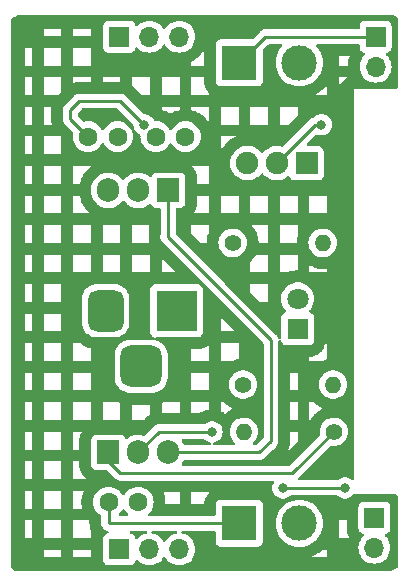
<source format=gbl>
%TF.GenerationSoftware,KiCad,Pcbnew,7.0.6-7.0.6~ubuntu22.10.1*%
%TF.CreationDate,2023-08-25T09:43:34+03:00*%
%TF.ProjectId,Power Supply Module,506f7765-7220-4537-9570-706c79204d6f,rev?*%
%TF.SameCoordinates,Original*%
%TF.FileFunction,Copper,L2,Bot*%
%TF.FilePolarity,Positive*%
%FSLAX46Y46*%
G04 Gerber Fmt 4.6, Leading zero omitted, Abs format (unit mm)*
G04 Created by KiCad (PCBNEW 7.0.6-7.0.6~ubuntu22.10.1) date 2023-08-25 09:43:34*
%MOMM*%
%LPD*%
G01*
G04 APERTURE LIST*
G04 Aperture macros list*
%AMRoundRect*
0 Rectangle with rounded corners*
0 $1 Rounding radius*
0 $2 $3 $4 $5 $6 $7 $8 $9 X,Y pos of 4 corners*
0 Add a 4 corners polygon primitive as box body*
4,1,4,$2,$3,$4,$5,$6,$7,$8,$9,$2,$3,0*
0 Add four circle primitives for the rounded corners*
1,1,$1+$1,$2,$3*
1,1,$1+$1,$4,$5*
1,1,$1+$1,$6,$7*
1,1,$1+$1,$8,$9*
0 Add four rect primitives between the rounded corners*
20,1,$1+$1,$2,$3,$4,$5,0*
20,1,$1+$1,$4,$5,$6,$7,0*
20,1,$1+$1,$6,$7,$8,$9,0*
20,1,$1+$1,$8,$9,$2,$3,0*%
G04 Aperture macros list end*
%TA.AperFunction,ComponentPad*%
%ADD10R,1.905000X2.000000*%
%TD*%
%TA.AperFunction,ComponentPad*%
%ADD11O,1.905000X2.000000*%
%TD*%
%TA.AperFunction,ComponentPad*%
%ADD12R,1.900000X1.900000*%
%TD*%
%TA.AperFunction,ComponentPad*%
%ADD13C,1.900000*%
%TD*%
%TA.AperFunction,ComponentPad*%
%ADD14R,1.800000X1.800000*%
%TD*%
%TA.AperFunction,ComponentPad*%
%ADD15C,1.800000*%
%TD*%
%TA.AperFunction,ComponentPad*%
%ADD16C,1.600000*%
%TD*%
%TA.AperFunction,ComponentPad*%
%ADD17C,1.400000*%
%TD*%
%TA.AperFunction,ComponentPad*%
%ADD18O,1.400000X1.400000*%
%TD*%
%TA.AperFunction,ComponentPad*%
%ADD19RoundRect,0.875000X-0.875000X-0.875000X0.875000X-0.875000X0.875000X0.875000X-0.875000X0.875000X0*%
%TD*%
%TA.AperFunction,ComponentPad*%
%ADD20RoundRect,0.750000X-0.750000X-1.000000X0.750000X-1.000000X0.750000X1.000000X-0.750000X1.000000X0*%
%TD*%
%TA.AperFunction,ComponentPad*%
%ADD21R,3.500000X3.500000*%
%TD*%
%TA.AperFunction,ComponentPad*%
%ADD22R,1.700000X1.700000*%
%TD*%
%TA.AperFunction,ComponentPad*%
%ADD23O,1.700000X1.700000*%
%TD*%
%TA.AperFunction,ComponentPad*%
%ADD24C,3.000000*%
%TD*%
%TA.AperFunction,ComponentPad*%
%ADD25R,3.000000X3.000000*%
%TD*%
%TA.AperFunction,ViaPad*%
%ADD26C,0.800000*%
%TD*%
%TA.AperFunction,Conductor*%
%ADD27C,0.250000*%
%TD*%
G04 APERTURE END LIST*
D10*
%TO.P,U2,1,VI*%
%TO.N,/12V*%
X179540000Y-74805000D03*
D11*
%TO.P,U2,2,GND*%
%TO.N,GND*%
X177000000Y-74805000D03*
%TO.P,U2,3,VO*%
%TO.N,/5V*%
X174460000Y-74805000D03*
%TD*%
D12*
%TO.P,S1,1*%
%TO.N,/12V*%
X191250000Y-72500000D03*
D13*
%TO.P,S1,2*%
%TO.N,/PWR_input*%
X188750000Y-72500000D03*
%TO.P,S1,3*%
%TO.N,unconnected-(S1-Pad3)*%
X186250000Y-72500000D03*
%TD*%
D14*
%TO.P,D1,1,K*%
%TO.N,GND*%
X190500000Y-86525000D03*
D15*
%TO.P,D1,2,A*%
%TO.N,Net-(D1-A)*%
X190500000Y-83985000D03*
%TD*%
D16*
%TO.P,C2,1*%
%TO.N,/3.3V*%
X177000000Y-101200000D03*
%TO.P,C2,2*%
%TO.N,GND*%
X174500000Y-101200000D03*
%TD*%
D17*
%TO.P,R1,1*%
%TO.N,Net-(D1-A)*%
X185000000Y-79250000D03*
D18*
%TO.P,R1,2*%
%TO.N,/12V*%
X192620000Y-79250000D03*
%TD*%
D19*
%TO.P,J1,3*%
%TO.N,GND*%
X177250000Y-89700000D03*
D20*
%TO.P,J1,2*%
X174250000Y-85000000D03*
D21*
%TO.P,J1,1*%
%TO.N,/PWR_input*%
X180250000Y-85000000D03*
%TD*%
D10*
%TO.P,U1,1,ADJ*%
%TO.N,Net-(U1-ADJ)*%
X174460000Y-97000000D03*
D11*
%TO.P,U1,2,VO*%
%TO.N,/3.3V*%
X177000000Y-97000000D03*
%TO.P,U1,3,VI*%
%TO.N,/12V*%
X179540000Y-97000000D03*
%TD*%
D22*
%TO.P,J6,1,Pin_1*%
%TO.N,GND*%
X197100000Y-61800000D03*
D23*
%TO.P,J6,2,Pin_2*%
%TO.N,/PWR_input*%
X197100000Y-64340000D03*
%TD*%
D22*
%TO.P,J4,1,Pin_1*%
%TO.N,GND*%
X197000000Y-102525000D03*
D23*
%TO.P,J4,2,Pin_2*%
%TO.N,/PWR_input*%
X197000000Y-105065000D03*
%TD*%
D22*
%TO.P,J3,1,Pin_1*%
%TO.N,/3.3V*%
X175400000Y-61800000D03*
D23*
%TO.P,J3,2,Pin_2*%
%TO.N,/PWR_input*%
X177940000Y-61800000D03*
%TO.P,J3,3,Pin_3*%
%TO.N,/5V*%
X180480000Y-61800000D03*
%TD*%
D24*
%TO.P,J5,2,Pin_2*%
%TO.N,/PWR_input*%
X190640000Y-103000000D03*
D25*
%TO.P,J5,1,Pin_1*%
%TO.N,GND*%
X185560000Y-103000000D03*
%TD*%
D17*
%TO.P,R2,1*%
%TO.N,Net-(U1-ADJ)*%
X193560000Y-95250000D03*
D18*
%TO.P,R2,2*%
%TO.N,/3.3V*%
X185940000Y-95250000D03*
%TD*%
D24*
%TO.P,J2,2,Pin_2*%
%TO.N,/PWR_input*%
X190640000Y-64000000D03*
D25*
%TO.P,J2,1,Pin_1*%
%TO.N,GND*%
X185560000Y-64000000D03*
%TD*%
D17*
%TO.P,R3,1*%
%TO.N,GND*%
X185880000Y-91250000D03*
D18*
%TO.P,R3,2*%
%TO.N,Net-(U1-ADJ)*%
X193500000Y-91250000D03*
%TD*%
D16*
%TO.P,C1,1*%
%TO.N,/12V*%
X181000000Y-70250000D03*
%TO.P,C1,2*%
%TO.N,GND*%
X178500000Y-70250000D03*
%TD*%
%TO.P,C3,1*%
%TO.N,/5V*%
X175250000Y-70250000D03*
%TO.P,C3,2*%
%TO.N,GND*%
X172750000Y-70250000D03*
%TD*%
D22*
%TO.P,J7,1,Pin_1*%
%TO.N,/3.3V*%
X175400000Y-105200000D03*
D23*
%TO.P,J7,2,Pin_2*%
%TO.N,/PWR_input*%
X177940000Y-105200000D03*
%TO.P,J7,3,Pin_3*%
%TO.N,/5V*%
X180480000Y-105200000D03*
%TD*%
D26*
%TO.N,GND*%
X189250000Y-100000000D03*
X194500000Y-100000000D03*
X177500000Y-69250000D03*
%TO.N,/PWR_input*%
X192500000Y-69250000D03*
%TO.N,/3.3V*%
X183250000Y-95250000D03*
%TD*%
D27*
%TO.N,GND*%
X185560000Y-103000000D02*
X174500000Y-103000000D01*
X174500000Y-103000000D02*
X174500000Y-101200000D01*
X194500000Y-100000000D02*
X189250000Y-100000000D01*
X172750000Y-70250000D02*
X171250000Y-68750000D01*
X171250000Y-68750000D02*
X171250000Y-68000000D01*
X171250000Y-68000000D02*
X172000000Y-67250000D01*
X172000000Y-67250000D02*
X175500000Y-67250000D01*
X175500000Y-67250000D02*
X177500000Y-69250000D01*
X185560000Y-64000000D02*
X187760000Y-61800000D01*
X187760000Y-61800000D02*
X197100000Y-61800000D01*
%TO.N,/PWR_input*%
X192000000Y-69250000D02*
X192500000Y-69250000D01*
X188750000Y-72500000D02*
X192000000Y-69250000D01*
%TO.N,/12V*%
X188250000Y-87500000D02*
X179500000Y-78750000D01*
X188250000Y-96000000D02*
X188250000Y-87500000D01*
X179540000Y-97000000D02*
X187250000Y-97000000D01*
X187250000Y-97000000D02*
X188250000Y-96000000D01*
X179540000Y-78710000D02*
X179540000Y-74805000D01*
X179500000Y-78750000D02*
X179540000Y-78710000D01*
%TO.N,Net-(U1-ADJ)*%
X190060000Y-98750000D02*
X175500000Y-98750000D01*
X193560000Y-95250000D02*
X190060000Y-98750000D01*
X175500000Y-98750000D02*
X174460000Y-97710000D01*
X174460000Y-97710000D02*
X174460000Y-97000000D01*
%TO.N,/3.3V*%
X183250000Y-95250000D02*
X178750000Y-95250000D01*
X178750000Y-95250000D02*
X177000000Y-97000000D01*
%TD*%
%TA.AperFunction,NonConductor*%
G36*
X182613291Y-95895185D02*
G01*
X182638400Y-95916526D01*
X182644126Y-95922885D01*
X182644130Y-95922889D01*
X182797265Y-96034148D01*
X182797270Y-96034151D01*
X182970192Y-96111142D01*
X182970197Y-96111144D01*
X183055191Y-96129210D01*
X183116673Y-96162402D01*
X183150449Y-96223565D01*
X183145797Y-96293280D01*
X183104192Y-96349412D01*
X183038845Y-96374141D01*
X183029410Y-96374500D01*
X180954116Y-96374500D01*
X180887077Y-96354815D01*
X180841322Y-96302011D01*
X180840560Y-96300309D01*
X180822257Y-96258583D01*
X180822255Y-96258578D01*
X180697300Y-96067321D01*
X180677114Y-96000432D01*
X180696294Y-95933246D01*
X180748752Y-95887096D01*
X180801110Y-95875500D01*
X182546252Y-95875500D01*
X182613291Y-95895185D01*
G37*
%TD.AperFunction*%
%TA.AperFunction,NonConductor*%
G36*
X198765677Y-60019685D02*
G01*
X198786319Y-60036319D01*
X198963682Y-60213682D01*
X198997166Y-60275003D01*
X199000000Y-60301361D01*
X199000000Y-65948638D01*
X198980315Y-66015677D01*
X198963681Y-66036319D01*
X198786319Y-66213681D01*
X198724996Y-66247166D01*
X198698638Y-66250000D01*
X195250000Y-66250000D01*
X195250000Y-99188464D01*
X195230315Y-99255503D01*
X195177511Y-99301258D01*
X195108353Y-99311202D01*
X195053115Y-99288782D01*
X194952734Y-99215851D01*
X194952729Y-99215848D01*
X194779807Y-99138857D01*
X194779802Y-99138855D01*
X194634000Y-99107865D01*
X194594646Y-99099500D01*
X194405354Y-99099500D01*
X194372897Y-99106398D01*
X194220197Y-99138855D01*
X194220192Y-99138857D01*
X194047270Y-99215848D01*
X194047265Y-99215851D01*
X193894130Y-99327110D01*
X193894126Y-99327114D01*
X193888400Y-99333474D01*
X193828913Y-99370121D01*
X193796252Y-99374500D01*
X190619451Y-99374500D01*
X190552412Y-99354815D01*
X190506657Y-99302011D01*
X190496713Y-99232853D01*
X190525738Y-99169297D01*
X190531770Y-99162819D01*
X191761911Y-97932678D01*
X193230107Y-96464482D01*
X193291428Y-96430999D01*
X193340570Y-96430276D01*
X193448757Y-96450500D01*
X193448759Y-96450500D01*
X193671241Y-96450500D01*
X193671243Y-96450500D01*
X193889940Y-96409618D01*
X194097401Y-96329247D01*
X194286562Y-96212124D01*
X194450981Y-96062236D01*
X194585058Y-95884689D01*
X194684229Y-95685528D01*
X194745115Y-95471536D01*
X194765643Y-95250000D01*
X194745115Y-95028464D01*
X194684229Y-94814472D01*
X194672246Y-94790407D01*
X194585061Y-94615316D01*
X194585056Y-94615308D01*
X194450979Y-94437761D01*
X194286562Y-94287876D01*
X194286560Y-94287874D01*
X194097404Y-94170754D01*
X194097398Y-94170752D01*
X193889940Y-94090382D01*
X193671243Y-94049500D01*
X193448757Y-94049500D01*
X193230060Y-94090382D01*
X193139031Y-94125647D01*
X193022601Y-94170752D01*
X193022595Y-94170754D01*
X192833439Y-94287874D01*
X192833437Y-94287876D01*
X192669020Y-94437761D01*
X192534943Y-94615308D01*
X192534938Y-94615316D01*
X192435775Y-94814461D01*
X192435769Y-94814476D01*
X192374885Y-95028462D01*
X192374884Y-95028464D01*
X192354356Y-95249999D01*
X192354356Y-95250000D01*
X192374886Y-95471546D01*
X192375317Y-95473854D01*
X192375203Y-95474973D01*
X192375414Y-95477244D01*
X192374969Y-95477285D01*
X192368275Y-95543368D01*
X192341106Y-95584301D01*
X189837228Y-98088181D01*
X189775905Y-98121666D01*
X189749547Y-98124500D01*
X180801110Y-98124500D01*
X180734071Y-98104815D01*
X180688316Y-98052011D01*
X180678372Y-97982853D01*
X180697301Y-97932678D01*
X180822255Y-97741422D01*
X180840559Y-97699691D01*
X180885515Y-97646205D01*
X180952251Y-97625514D01*
X180954116Y-97625500D01*
X187167257Y-97625500D01*
X187182877Y-97627224D01*
X187182904Y-97626939D01*
X187190660Y-97627671D01*
X187190667Y-97627673D01*
X187259814Y-97625500D01*
X187289350Y-97625500D01*
X187296228Y-97624630D01*
X187302041Y-97624172D01*
X187348627Y-97622709D01*
X187367869Y-97617117D01*
X187386912Y-97613174D01*
X187406792Y-97610664D01*
X187450122Y-97593507D01*
X187455646Y-97591617D01*
X187459396Y-97590527D01*
X187500390Y-97578618D01*
X187517629Y-97568422D01*
X187535103Y-97559862D01*
X187553727Y-97552488D01*
X187553727Y-97552487D01*
X187553732Y-97552486D01*
X187591449Y-97525082D01*
X187596305Y-97521892D01*
X187636420Y-97498170D01*
X187650589Y-97483999D01*
X187665379Y-97471368D01*
X187681587Y-97459594D01*
X187711299Y-97423676D01*
X187715212Y-97419376D01*
X188384588Y-96750000D01*
X189694357Y-96750000D01*
X189764024Y-96750000D01*
X190499999Y-96014023D01*
X190500000Y-95248000D01*
X189873500Y-95248000D01*
X189873499Y-95923434D01*
X189876867Y-95959057D01*
X189877112Y-95962946D01*
X189878714Y-96013948D01*
X189878714Y-96017843D01*
X189876622Y-96084461D01*
X189876377Y-96088353D01*
X189872655Y-96127706D01*
X189870174Y-96167156D01*
X189869807Y-96171037D01*
X189861453Y-96237166D01*
X189860843Y-96241014D01*
X189851278Y-96291155D01*
X189850428Y-96294959D01*
X189841534Y-96329591D01*
X189835943Y-96364901D01*
X189835213Y-96368729D01*
X189824080Y-96418541D01*
X189823111Y-96422317D01*
X189804516Y-96486322D01*
X189803311Y-96490028D01*
X189789918Y-96527227D01*
X189777707Y-96564813D01*
X189776388Y-96568479D01*
X189751853Y-96630451D01*
X189750305Y-96634029D01*
X189728562Y-96680234D01*
X189726792Y-96683707D01*
X189709568Y-96715032D01*
X189695374Y-96747838D01*
X189694357Y-96750000D01*
X188384588Y-96750000D01*
X188633786Y-96500802D01*
X188646048Y-96490980D01*
X188645865Y-96490759D01*
X188651867Y-96485792D01*
X188651877Y-96485786D01*
X188699241Y-96435348D01*
X188720120Y-96414470D01*
X188724373Y-96408986D01*
X188728150Y-96404563D01*
X188760062Y-96370582D01*
X188769714Y-96353023D01*
X188780389Y-96336772D01*
X188792674Y-96320936D01*
X188811186Y-96278152D01*
X188813742Y-96272935D01*
X188831383Y-96240848D01*
X188836194Y-96232098D01*
X188836194Y-96232097D01*
X188836197Y-96232092D01*
X188841180Y-96212680D01*
X188847477Y-96194291D01*
X188855438Y-96175895D01*
X188862729Y-96129853D01*
X188863906Y-96124166D01*
X188875500Y-96079019D01*
X188875499Y-96058986D01*
X188877027Y-96039583D01*
X188880159Y-96019808D01*
X188880160Y-96019806D01*
X188879974Y-96017843D01*
X188875775Y-95973415D01*
X188875500Y-95967577D01*
X188875500Y-92748000D01*
X189873500Y-92748000D01*
X189873500Y-94250000D01*
X190500000Y-94250000D01*
X190500000Y-92748000D01*
X191498000Y-92748000D01*
X191498000Y-94250000D01*
X191601964Y-94250000D01*
X191652489Y-94148533D01*
X191653825Y-94145998D01*
X191672088Y-94113212D01*
X191673539Y-94110742D01*
X191699327Y-94069095D01*
X191700891Y-94066695D01*
X191722090Y-94035749D01*
X191723763Y-94033424D01*
X191887357Y-93816790D01*
X191889135Y-93814545D01*
X191913103Y-93785682D01*
X191914983Y-93783521D01*
X191947984Y-93747320D01*
X191949963Y-93745248D01*
X191976496Y-93718714D01*
X191978568Y-93716736D01*
X192179187Y-93533847D01*
X192181349Y-93531966D01*
X192210210Y-93508000D01*
X192212454Y-93506223D01*
X192251545Y-93476701D01*
X192253871Y-93475028D01*
X192284832Y-93453819D01*
X192287232Y-93452254D01*
X192518038Y-93309346D01*
X192520506Y-93307896D01*
X192553266Y-93289648D01*
X192555799Y-93288313D01*
X192599648Y-93266476D01*
X192602242Y-93265258D01*
X192608684Y-93262413D01*
X192579233Y-93251004D01*
X192576585Y-93249907D01*
X192542242Y-93234742D01*
X192539648Y-93233524D01*
X192495799Y-93211687D01*
X192493266Y-93210352D01*
X192460506Y-93192104D01*
X192458038Y-93190654D01*
X192227232Y-93047746D01*
X192224832Y-93046181D01*
X192193871Y-93024972D01*
X192191545Y-93023299D01*
X192152454Y-92993777D01*
X192150210Y-92992000D01*
X192121349Y-92968034D01*
X192119187Y-92966153D01*
X191918568Y-92783264D01*
X191916496Y-92781286D01*
X191889963Y-92754752D01*
X191887984Y-92752680D01*
X191883718Y-92748000D01*
X191498000Y-92748000D01*
X190500000Y-92748000D01*
X189873500Y-92748000D01*
X188875500Y-92748000D01*
X188875500Y-90248000D01*
X189873500Y-90248000D01*
X189873500Y-91750000D01*
X190500000Y-91750000D01*
X190500000Y-91250000D01*
X192294356Y-91250000D01*
X192314884Y-91471535D01*
X192314885Y-91471537D01*
X192375769Y-91685523D01*
X192375775Y-91685538D01*
X192474938Y-91884683D01*
X192474943Y-91884691D01*
X192609020Y-92062238D01*
X192773437Y-92212123D01*
X192773439Y-92212125D01*
X192962595Y-92329245D01*
X192962596Y-92329245D01*
X192962599Y-92329247D01*
X193170060Y-92409618D01*
X193388757Y-92450500D01*
X193388759Y-92450500D01*
X193611241Y-92450500D01*
X193611243Y-92450500D01*
X193829940Y-92409618D01*
X194037401Y-92329247D01*
X194226562Y-92212124D01*
X194390981Y-92062236D01*
X194525058Y-91884689D01*
X194624229Y-91685528D01*
X194685115Y-91471536D01*
X194705643Y-91250000D01*
X194685115Y-91028464D01*
X194624229Y-90814472D01*
X194577807Y-90721244D01*
X194525061Y-90615316D01*
X194525056Y-90615308D01*
X194390979Y-90437761D01*
X194226562Y-90287876D01*
X194226560Y-90287874D01*
X194037404Y-90170754D01*
X194037398Y-90170752D01*
X193829940Y-90090382D01*
X193611243Y-90049500D01*
X193388757Y-90049500D01*
X193170060Y-90090382D01*
X193038864Y-90141207D01*
X192962601Y-90170752D01*
X192962595Y-90170754D01*
X192773439Y-90287874D01*
X192773437Y-90287876D01*
X192609020Y-90437761D01*
X192474943Y-90615308D01*
X192474938Y-90615316D01*
X192375775Y-90814461D01*
X192375769Y-90814476D01*
X192314885Y-91028462D01*
X192314884Y-91028464D01*
X192294356Y-91249999D01*
X192294356Y-91250000D01*
X190500000Y-91250000D01*
X190500000Y-90248000D01*
X189873500Y-90248000D01*
X188875500Y-90248000D01*
X188875500Y-89250000D01*
X191498000Y-89250000D01*
X192576810Y-89250000D01*
X192579233Y-89248996D01*
X192832378Y-89150928D01*
X192835071Y-89149956D01*
X192870637Y-89138035D01*
X192873374Y-89137187D01*
X192920489Y-89123781D01*
X192923260Y-89123061D01*
X192959791Y-89114468D01*
X192962595Y-89113877D01*
X193000000Y-89106884D01*
X193000000Y-87748000D01*
X192868648Y-87748000D01*
X192857729Y-87794215D01*
X192856721Y-87797955D01*
X192841988Y-87846526D01*
X192840748Y-87850196D01*
X192765639Y-88051576D01*
X192763945Y-88055667D01*
X192739847Y-88108432D01*
X192737866Y-88112391D01*
X192701567Y-88178867D01*
X192699307Y-88182675D01*
X192667950Y-88231466D01*
X192665425Y-88235103D01*
X192533788Y-88410945D01*
X192531011Y-88414392D01*
X192493032Y-88458222D01*
X192490015Y-88461463D01*
X192436463Y-88515015D01*
X192433222Y-88518032D01*
X192389392Y-88556011D01*
X192385945Y-88558788D01*
X192210103Y-88690425D01*
X192206466Y-88692950D01*
X192157675Y-88724307D01*
X192153867Y-88726567D01*
X192087391Y-88762866D01*
X192083432Y-88764847D01*
X192030667Y-88788945D01*
X192026576Y-88790639D01*
X191825203Y-88865746D01*
X191821533Y-88866986D01*
X191772975Y-88881715D01*
X191769236Y-88882723D01*
X191704751Y-88897962D01*
X191700955Y-88898735D01*
X191650931Y-88907299D01*
X191647093Y-88907834D01*
X191539594Y-88919389D01*
X191516240Y-88921269D01*
X191498000Y-88922244D01*
X191498000Y-89250000D01*
X188875500Y-89250000D01*
X188875500Y-87602019D01*
X188895185Y-87534980D01*
X188947989Y-87489225D01*
X189017147Y-87479281D01*
X189080703Y-87508306D01*
X189115682Y-87558686D01*
X189156202Y-87667328D01*
X189156206Y-87667335D01*
X189242452Y-87782544D01*
X189242455Y-87782547D01*
X189357664Y-87868793D01*
X189357671Y-87868797D01*
X189492517Y-87919091D01*
X189492516Y-87919091D01*
X189499444Y-87919835D01*
X189552127Y-87925500D01*
X191447872Y-87925499D01*
X191507483Y-87919091D01*
X191642331Y-87868796D01*
X191757546Y-87782546D01*
X191843796Y-87667331D01*
X191894091Y-87532483D01*
X191900500Y-87472873D01*
X191900499Y-85577128D01*
X191894091Y-85517517D01*
X191843796Y-85382669D01*
X191843795Y-85382668D01*
X191843793Y-85382664D01*
X191757547Y-85267455D01*
X191757544Y-85267452D01*
X191642335Y-85181206D01*
X191642328Y-85181202D01*
X191562094Y-85151277D01*
X191506160Y-85109406D01*
X191481743Y-85043941D01*
X191496595Y-84975668D01*
X191514190Y-84951121D01*
X191608979Y-84848153D01*
X191735924Y-84653849D01*
X191829157Y-84441300D01*
X191886134Y-84216305D01*
X191905300Y-83985000D01*
X191905300Y-83984993D01*
X191886135Y-83753702D01*
X191886133Y-83753691D01*
X191829157Y-83528699D01*
X191735924Y-83316151D01*
X191608983Y-83121852D01*
X191608980Y-83121849D01*
X191608979Y-83121847D01*
X191451784Y-82951087D01*
X191451779Y-82951083D01*
X191451777Y-82951081D01*
X191268634Y-82808535D01*
X191268628Y-82808531D01*
X191064504Y-82698064D01*
X191064495Y-82698061D01*
X190844984Y-82622702D01*
X190673281Y-82594050D01*
X190616049Y-82584500D01*
X190383951Y-82584500D01*
X190338164Y-82592140D01*
X190155015Y-82622702D01*
X189935504Y-82698061D01*
X189935495Y-82698064D01*
X189731371Y-82808531D01*
X189731365Y-82808535D01*
X189548222Y-82951081D01*
X189548219Y-82951084D01*
X189391016Y-83121852D01*
X189264075Y-83316151D01*
X189170842Y-83528699D01*
X189113866Y-83753691D01*
X189113864Y-83753702D01*
X189094700Y-83984993D01*
X189094700Y-83985006D01*
X189113864Y-84216297D01*
X189113866Y-84216308D01*
X189170842Y-84441300D01*
X189264075Y-84653848D01*
X189391016Y-84848147D01*
X189391019Y-84848151D01*
X189391021Y-84848153D01*
X189485803Y-84951114D01*
X189516724Y-85013767D01*
X189508864Y-85083193D01*
X189464716Y-85137348D01*
X189437906Y-85151277D01*
X189357669Y-85181203D01*
X189357664Y-85181206D01*
X189242455Y-85267452D01*
X189242452Y-85267455D01*
X189156206Y-85382664D01*
X189156202Y-85382671D01*
X189105908Y-85517517D01*
X189099501Y-85577116D01*
X189099501Y-85577123D01*
X189099500Y-85577135D01*
X189099500Y-87296410D01*
X189079815Y-87363449D01*
X189027011Y-87409204D01*
X188957853Y-87419148D01*
X188894297Y-87390123D01*
X188860209Y-87342060D01*
X188843506Y-87299874D01*
X188841624Y-87294379D01*
X188828618Y-87249610D01*
X188818422Y-87232370D01*
X188809861Y-87214894D01*
X188802487Y-87196270D01*
X188800691Y-87193798D01*
X188775079Y-87158545D01*
X188771888Y-87153686D01*
X188748172Y-87113583D01*
X188748165Y-87113574D01*
X188734006Y-87099415D01*
X188721368Y-87084619D01*
X188709594Y-87068413D01*
X188673688Y-87038709D01*
X188669376Y-87034786D01*
X184382591Y-82748000D01*
X186498000Y-82748000D01*
X186498000Y-83452026D01*
X187295974Y-84250000D01*
X188000000Y-84250000D01*
X188000000Y-82748000D01*
X186498000Y-82748000D01*
X184382591Y-82748000D01*
X183384591Y-81750000D01*
X186498000Y-81750000D01*
X188000000Y-81750000D01*
X188000000Y-80248000D01*
X188998000Y-80248000D01*
X188998000Y-81750000D01*
X189623501Y-81750000D01*
X189852910Y-81671243D01*
X189887549Y-81660931D01*
X189932521Y-81649544D01*
X189967878Y-81642130D01*
X190242566Y-81596293D01*
X190278422Y-81591824D01*
X190324654Y-81587993D01*
X190360756Y-81586500D01*
X190500000Y-81586500D01*
X190500000Y-81141096D01*
X191498000Y-81141096D01*
X191498000Y-81750000D01*
X193000000Y-81750000D01*
X193000000Y-81415547D01*
X192890553Y-81436007D01*
X192887725Y-81436468D01*
X192850565Y-81441652D01*
X192847720Y-81441982D01*
X192798942Y-81446502D01*
X192796085Y-81446700D01*
X192758602Y-81448434D01*
X192755738Y-81448500D01*
X192484262Y-81448500D01*
X192481398Y-81448434D01*
X192443915Y-81446700D01*
X192441058Y-81446502D01*
X192392280Y-81441982D01*
X192389435Y-81441652D01*
X192352275Y-81436468D01*
X192349448Y-81436007D01*
X192082595Y-81386123D01*
X192079791Y-81385532D01*
X192043260Y-81376939D01*
X192040489Y-81376219D01*
X191993374Y-81362813D01*
X191990637Y-81361965D01*
X191955071Y-81350044D01*
X191952378Y-81349072D01*
X191699233Y-81251004D01*
X191696585Y-81249907D01*
X191662242Y-81234742D01*
X191659648Y-81233524D01*
X191615799Y-81211687D01*
X191613266Y-81210352D01*
X191580506Y-81192104D01*
X191578038Y-81190654D01*
X191498000Y-81141096D01*
X190500000Y-81141096D01*
X190500000Y-80248000D01*
X188998000Y-80248000D01*
X188000000Y-80248000D01*
X186959031Y-80248000D01*
X186907511Y-80351467D01*
X186906175Y-80354002D01*
X186887912Y-80386788D01*
X186886461Y-80389258D01*
X186860673Y-80430905D01*
X186859109Y-80433305D01*
X186837910Y-80464251D01*
X186836237Y-80466576D01*
X186672643Y-80683210D01*
X186670865Y-80685455D01*
X186646897Y-80714318D01*
X186645017Y-80716479D01*
X186612016Y-80752680D01*
X186610037Y-80754752D01*
X186583503Y-80781286D01*
X186581432Y-80783264D01*
X186498000Y-80859322D01*
X186498000Y-81750000D01*
X183384591Y-81750000D01*
X180201819Y-78567228D01*
X180168334Y-78505905D01*
X180165500Y-78479547D01*
X180165500Y-77748000D01*
X181498000Y-77748000D01*
X181498000Y-78452025D01*
X182295975Y-79250000D01*
X182796357Y-79250000D01*
X183794356Y-79250000D01*
X183814884Y-79471535D01*
X183814885Y-79471537D01*
X183875769Y-79685523D01*
X183875775Y-79685538D01*
X183974938Y-79884683D01*
X183974943Y-79884691D01*
X184109020Y-80062238D01*
X184273437Y-80212123D01*
X184273439Y-80212125D01*
X184462595Y-80329245D01*
X184462596Y-80329245D01*
X184462599Y-80329247D01*
X184670060Y-80409618D01*
X184888757Y-80450500D01*
X184888759Y-80450500D01*
X185111241Y-80450500D01*
X185111243Y-80450500D01*
X185329940Y-80409618D01*
X185537401Y-80329247D01*
X185726562Y-80212124D01*
X185890981Y-80062236D01*
X186025058Y-79884689D01*
X186124229Y-79685528D01*
X186185115Y-79471536D01*
X186205643Y-79250000D01*
X186203373Y-79225507D01*
X186185115Y-79028464D01*
X186185114Y-79028462D01*
X186181998Y-79017511D01*
X186124229Y-78814472D01*
X186124224Y-78814461D01*
X186025061Y-78615316D01*
X186025056Y-78615308D01*
X185890979Y-78437761D01*
X185726562Y-78287876D01*
X185726560Y-78287874D01*
X185537404Y-78170754D01*
X185537398Y-78170752D01*
X185329940Y-78090382D01*
X185111243Y-78049500D01*
X184888757Y-78049500D01*
X184670060Y-78090382D01*
X184538864Y-78141207D01*
X184462601Y-78170752D01*
X184462595Y-78170754D01*
X184273439Y-78287874D01*
X184273437Y-78287876D01*
X184109020Y-78437761D01*
X183974943Y-78615308D01*
X183974938Y-78615316D01*
X183875775Y-78814461D01*
X183875769Y-78814476D01*
X183814885Y-79028462D01*
X183814884Y-79028464D01*
X183794356Y-79249999D01*
X183794356Y-79250000D01*
X182796357Y-79250000D01*
X182796357Y-79225507D01*
X182796423Y-79222644D01*
X182798155Y-79185165D01*
X182798354Y-79182306D01*
X182823403Y-78911988D01*
X182823733Y-78909143D01*
X182828918Y-78871972D01*
X182829380Y-78869143D01*
X182838382Y-78820991D01*
X182838973Y-78818189D01*
X182847562Y-78781673D01*
X182848282Y-78778901D01*
X182922567Y-78517815D01*
X182923414Y-78515080D01*
X182935326Y-78479539D01*
X182936297Y-78476849D01*
X182953988Y-78431169D01*
X182955085Y-78428520D01*
X182970254Y-78394161D01*
X182971473Y-78391565D01*
X183000000Y-78334274D01*
X183000000Y-77748000D01*
X186612636Y-77748000D01*
X186645017Y-77783521D01*
X186646897Y-77785682D01*
X186670865Y-77814545D01*
X186672643Y-77816790D01*
X186836237Y-78033424D01*
X186837910Y-78035749D01*
X186859109Y-78066695D01*
X186860673Y-78069095D01*
X186886461Y-78110742D01*
X186887912Y-78113212D01*
X186906175Y-78145998D01*
X186907511Y-78148533D01*
X187028527Y-78391565D01*
X187029746Y-78394161D01*
X187044915Y-78428520D01*
X187046012Y-78431169D01*
X187063703Y-78476849D01*
X187064674Y-78479539D01*
X187076586Y-78515080D01*
X187077433Y-78517815D01*
X187151718Y-78778901D01*
X187152438Y-78781673D01*
X187161027Y-78818189D01*
X187161618Y-78820991D01*
X187170620Y-78869143D01*
X187171082Y-78871972D01*
X187176267Y-78909143D01*
X187176597Y-78911988D01*
X187201646Y-79182306D01*
X187201845Y-79185165D01*
X187203577Y-79222644D01*
X187203643Y-79225507D01*
X187203643Y-79250000D01*
X188000000Y-79250000D01*
X188000000Y-77748000D01*
X188998000Y-77748000D01*
X188998000Y-79250000D01*
X190416357Y-79250000D01*
X191414356Y-79250000D01*
X191434884Y-79471535D01*
X191434885Y-79471537D01*
X191495769Y-79685523D01*
X191495775Y-79685538D01*
X191594938Y-79884683D01*
X191594943Y-79884691D01*
X191729020Y-80062238D01*
X191893437Y-80212123D01*
X191893439Y-80212125D01*
X192082595Y-80329245D01*
X192082596Y-80329245D01*
X192082599Y-80329247D01*
X192290060Y-80409618D01*
X192508757Y-80450500D01*
X192508759Y-80450500D01*
X192731241Y-80450500D01*
X192731243Y-80450500D01*
X192949940Y-80409618D01*
X193157401Y-80329247D01*
X193346562Y-80212124D01*
X193510981Y-80062236D01*
X193645058Y-79884689D01*
X193744229Y-79685528D01*
X193805115Y-79471536D01*
X193825643Y-79250000D01*
X193823373Y-79225507D01*
X193805115Y-79028464D01*
X193805114Y-79028462D01*
X193801998Y-79017511D01*
X193744229Y-78814472D01*
X193744224Y-78814461D01*
X193645061Y-78615316D01*
X193645056Y-78615308D01*
X193510979Y-78437761D01*
X193346562Y-78287876D01*
X193346560Y-78287874D01*
X193157404Y-78170754D01*
X193157398Y-78170752D01*
X192949940Y-78090382D01*
X192731243Y-78049500D01*
X192508757Y-78049500D01*
X192290060Y-78090382D01*
X192158864Y-78141207D01*
X192082601Y-78170752D01*
X192082595Y-78170754D01*
X191893439Y-78287874D01*
X191893437Y-78287876D01*
X191729020Y-78437761D01*
X191594943Y-78615308D01*
X191594938Y-78615316D01*
X191495775Y-78814461D01*
X191495769Y-78814476D01*
X191434885Y-79028462D01*
X191434884Y-79028464D01*
X191414356Y-79249999D01*
X191414356Y-79250000D01*
X190416357Y-79250000D01*
X190416357Y-79225507D01*
X190416423Y-79222644D01*
X190418155Y-79185165D01*
X190418354Y-79182306D01*
X190443403Y-78911988D01*
X190443733Y-78909143D01*
X190448918Y-78871972D01*
X190449380Y-78869143D01*
X190458382Y-78820991D01*
X190458973Y-78818189D01*
X190467562Y-78781673D01*
X190468282Y-78778901D01*
X190500000Y-78667424D01*
X190500000Y-77748000D01*
X188998000Y-77748000D01*
X188000000Y-77748000D01*
X186612636Y-77748000D01*
X183000000Y-77748000D01*
X181498000Y-77748000D01*
X180165500Y-77748000D01*
X180165500Y-76750000D01*
X181656940Y-76750000D01*
X183000000Y-76750000D01*
X183000000Y-75248000D01*
X183998000Y-75248000D01*
X183998000Y-76750000D01*
X185500000Y-76750000D01*
X185500000Y-75248000D01*
X186498000Y-75248000D01*
X186498000Y-76750000D01*
X188000000Y-76750000D01*
X188000000Y-75248000D01*
X188998000Y-75248000D01*
X188998000Y-76750000D01*
X190500000Y-76750000D01*
X190500000Y-75248000D01*
X191498000Y-75248000D01*
X191498000Y-76750000D01*
X193000000Y-76750000D01*
X193000000Y-75248000D01*
X191498000Y-75248000D01*
X190500000Y-75248000D01*
X188998000Y-75248000D01*
X188000000Y-75248000D01*
X186498000Y-75248000D01*
X185500000Y-75248000D01*
X183998000Y-75248000D01*
X183000000Y-75248000D01*
X181991000Y-75248000D01*
X181991000Y-75867910D01*
X181990372Y-75891335D01*
X181988762Y-75921336D01*
X181986886Y-75944636D01*
X181975331Y-76052100D01*
X181974798Y-76055935D01*
X181966237Y-76105938D01*
X181965464Y-76109734D01*
X181950229Y-76174215D01*
X181949221Y-76177955D01*
X181934488Y-76226526D01*
X181933248Y-76230196D01*
X181858139Y-76431576D01*
X181856445Y-76435667D01*
X181832347Y-76488432D01*
X181830366Y-76492391D01*
X181794067Y-76558867D01*
X181791807Y-76562675D01*
X181760450Y-76611466D01*
X181757925Y-76615103D01*
X181656940Y-76750000D01*
X180165500Y-76750000D01*
X180165500Y-76429499D01*
X180185185Y-76362460D01*
X180237989Y-76316705D01*
X180289500Y-76305499D01*
X180540371Y-76305499D01*
X180540372Y-76305499D01*
X180599983Y-76299091D01*
X180734831Y-76248796D01*
X180850046Y-76162546D01*
X180936296Y-76047331D01*
X180986591Y-75912483D01*
X180993000Y-75852873D01*
X180992999Y-73757128D01*
X180986591Y-73697517D01*
X180984658Y-73692335D01*
X180936297Y-73562671D01*
X180936293Y-73562664D01*
X180850047Y-73447455D01*
X180850044Y-73447452D01*
X180734835Y-73361206D01*
X180734828Y-73361202D01*
X180599982Y-73310908D01*
X180599983Y-73310908D01*
X180540383Y-73304501D01*
X180540381Y-73304500D01*
X180540373Y-73304500D01*
X180540364Y-73304500D01*
X178539629Y-73304500D01*
X178539623Y-73304501D01*
X178480016Y-73310908D01*
X178345171Y-73361202D01*
X178345164Y-73361206D01*
X178229955Y-73447452D01*
X178229952Y-73447455D01*
X178143706Y-73562664D01*
X178143700Y-73562675D01*
X178132273Y-73593313D01*
X178090402Y-73649247D01*
X178024937Y-73673663D01*
X177956664Y-73658811D01*
X177939930Y-73647832D01*
X177797447Y-73536933D01*
X177797441Y-73536929D01*
X177585665Y-73422321D01*
X177585656Y-73422318D01*
X177357916Y-73344134D01*
X177158800Y-73310908D01*
X177120399Y-73304500D01*
X176879601Y-73304500D01*
X176841200Y-73310908D01*
X176642083Y-73344134D01*
X176414343Y-73422318D01*
X176414334Y-73422321D01*
X176202558Y-73536929D01*
X176068456Y-73641305D01*
X176012537Y-73684829D01*
X176012534Y-73684831D01*
X176012534Y-73684832D01*
X176005631Y-73692331D01*
X175849449Y-73861990D01*
X175833808Y-73885931D01*
X175780661Y-73931287D01*
X175711430Y-73940710D01*
X175648094Y-73911207D01*
X175626192Y-73885931D01*
X175610551Y-73861990D01*
X175447463Y-73684829D01*
X175313358Y-73580451D01*
X175257441Y-73536929D01*
X175045665Y-73422321D01*
X175045656Y-73422318D01*
X174817916Y-73344134D01*
X174618800Y-73310908D01*
X174580399Y-73304500D01*
X174339601Y-73304500D01*
X174301200Y-73310908D01*
X174102083Y-73344134D01*
X173874343Y-73422318D01*
X173874334Y-73422321D01*
X173662558Y-73536929D01*
X173528456Y-73641305D01*
X173472537Y-73684829D01*
X173472534Y-73684831D01*
X173472534Y-73684832D01*
X173309449Y-73861990D01*
X173177743Y-74063581D01*
X173081017Y-74284094D01*
X173021904Y-74517527D01*
X173007000Y-74697402D01*
X173007000Y-74912598D01*
X173021904Y-75092472D01*
X173021904Y-75092475D01*
X173021905Y-75092476D01*
X173081017Y-75325905D01*
X173177745Y-75546422D01*
X173309449Y-75748010D01*
X173472537Y-75925171D01*
X173622410Y-76041821D01*
X173662288Y-76072860D01*
X173662561Y-76073072D01*
X173874336Y-76187679D01*
X173992598Y-76228278D01*
X174102083Y-76265865D01*
X174102085Y-76265865D01*
X174102087Y-76265866D01*
X174339601Y-76305500D01*
X174339602Y-76305500D01*
X174580398Y-76305500D01*
X174580399Y-76305500D01*
X174817913Y-76265866D01*
X175045664Y-76187679D01*
X175257439Y-76073072D01*
X175447463Y-75925171D01*
X175610551Y-75748010D01*
X175626190Y-75724071D01*
X175679336Y-75678714D01*
X175748567Y-75669290D01*
X175811904Y-75698791D01*
X175833805Y-75724066D01*
X175849449Y-75748010D01*
X176012537Y-75925171D01*
X176162410Y-76041821D01*
X176202288Y-76072860D01*
X176202561Y-76073072D01*
X176414336Y-76187679D01*
X176532598Y-76228278D01*
X176642083Y-76265865D01*
X176642085Y-76265865D01*
X176642087Y-76265866D01*
X176879601Y-76305500D01*
X176879602Y-76305500D01*
X177120398Y-76305500D01*
X177120399Y-76305500D01*
X177357913Y-76265866D01*
X177585664Y-76187679D01*
X177797439Y-76073072D01*
X177939931Y-75962165D01*
X178004923Y-75936524D01*
X178073463Y-75950090D01*
X178123788Y-75998558D01*
X178132274Y-76016687D01*
X178143702Y-76047328D01*
X178143706Y-76047335D01*
X178229952Y-76162544D01*
X178229955Y-76162547D01*
X178345164Y-76248793D01*
X178345171Y-76248797D01*
X178390118Y-76265561D01*
X178480017Y-76299091D01*
X178539627Y-76305500D01*
X178790500Y-76305499D01*
X178857538Y-76325183D01*
X178903293Y-76377987D01*
X178914499Y-76429499D01*
X178914500Y-78493411D01*
X178908325Y-78528786D01*
X178908503Y-78528826D01*
X178907661Y-78532590D01*
X178907168Y-78535417D01*
X178906802Y-78536432D01*
X178905018Y-78544414D01*
X178897809Y-78566599D01*
X178894562Y-78574102D01*
X178894561Y-78574104D01*
X178885582Y-78630803D01*
X178884852Y-78634629D01*
X178872326Y-78690666D01*
X178872326Y-78690669D01*
X178872583Y-78698840D01*
X178871119Y-78722118D01*
X178869840Y-78730196D01*
X178869840Y-78730198D01*
X178875242Y-78787352D01*
X178875487Y-78791239D01*
X178877290Y-78848627D01*
X178879570Y-78856472D01*
X178883943Y-78879392D01*
X178884712Y-78887531D01*
X178904161Y-78941553D01*
X178905364Y-78945257D01*
X178921381Y-79000389D01*
X178921382Y-79000392D01*
X178925543Y-79007428D01*
X178935477Y-79028537D01*
X178938246Y-79036227D01*
X178938247Y-79036230D01*
X178970513Y-79083708D01*
X178972600Y-79086996D01*
X179001830Y-79136420D01*
X179001833Y-79136423D01*
X179007602Y-79142192D01*
X179022476Y-79160170D01*
X179027076Y-79166938D01*
X179070146Y-79204909D01*
X179072970Y-79207560D01*
X183394110Y-83528699D01*
X187588181Y-87722770D01*
X187621666Y-87784093D01*
X187624500Y-87810451D01*
X187624500Y-95689547D01*
X187604815Y-95756586D01*
X187588181Y-95777228D01*
X187027228Y-96338181D01*
X186965905Y-96371666D01*
X186939547Y-96374500D01*
X186808525Y-96374500D01*
X186741486Y-96354815D01*
X186695731Y-96302011D01*
X186685787Y-96232853D01*
X186714812Y-96169297D01*
X186724987Y-96158863D01*
X186830979Y-96062238D01*
X186833432Y-96058991D01*
X186965058Y-95884689D01*
X187064229Y-95685528D01*
X187125115Y-95471536D01*
X187145643Y-95250000D01*
X187125115Y-95028464D01*
X187064229Y-94814472D01*
X187052246Y-94790407D01*
X186965061Y-94615316D01*
X186965056Y-94615308D01*
X186830979Y-94437761D01*
X186666562Y-94287876D01*
X186666560Y-94287874D01*
X186477404Y-94170754D01*
X186477398Y-94170752D01*
X186269940Y-94090382D01*
X186051243Y-94049500D01*
X185828757Y-94049500D01*
X185610060Y-94090382D01*
X185519031Y-94125647D01*
X185402601Y-94170752D01*
X185402595Y-94170754D01*
X185213439Y-94287874D01*
X185213437Y-94287876D01*
X185049020Y-94437761D01*
X184914943Y-94615308D01*
X184914938Y-94615316D01*
X184815775Y-94814461D01*
X184815769Y-94814476D01*
X184754885Y-95028462D01*
X184754884Y-95028464D01*
X184734356Y-95249999D01*
X184734356Y-95250000D01*
X184754884Y-95471535D01*
X184754885Y-95471537D01*
X184815769Y-95685523D01*
X184815775Y-95685538D01*
X184914938Y-95884683D01*
X184914943Y-95884691D01*
X185049020Y-96062238D01*
X185155013Y-96158863D01*
X185191295Y-96218574D01*
X185189534Y-96288422D01*
X185150291Y-96346229D01*
X185086024Y-96373644D01*
X185071475Y-96374500D01*
X183470590Y-96374500D01*
X183403551Y-96354815D01*
X183357796Y-96302011D01*
X183347852Y-96232853D01*
X183376877Y-96169297D01*
X183435655Y-96131523D01*
X183444809Y-96129210D01*
X183475723Y-96122638D01*
X183529803Y-96111144D01*
X183702730Y-96034151D01*
X183855871Y-95922888D01*
X183982533Y-95782216D01*
X184077179Y-95618284D01*
X184135674Y-95438256D01*
X184155460Y-95250000D01*
X184135674Y-95061744D01*
X184077179Y-94881716D01*
X183982533Y-94717784D01*
X183855871Y-94577112D01*
X183855870Y-94577111D01*
X183702734Y-94465851D01*
X183702729Y-94465848D01*
X183529807Y-94388857D01*
X183529802Y-94388855D01*
X183384000Y-94357865D01*
X183344646Y-94349500D01*
X183155354Y-94349500D01*
X183122897Y-94356398D01*
X182970197Y-94388855D01*
X182970192Y-94388857D01*
X182797270Y-94465848D01*
X182797265Y-94465851D01*
X182644130Y-94577110D01*
X182644126Y-94577114D01*
X182638400Y-94583474D01*
X182578913Y-94620121D01*
X182546252Y-94624500D01*
X178832743Y-94624500D01*
X178817122Y-94622775D01*
X178817095Y-94623061D01*
X178809333Y-94622326D01*
X178740172Y-94624500D01*
X178710649Y-94624500D01*
X178703778Y-94625367D01*
X178697959Y-94625825D01*
X178651374Y-94627289D01*
X178651368Y-94627290D01*
X178632126Y-94632880D01*
X178613087Y-94636823D01*
X178593217Y-94639334D01*
X178593203Y-94639337D01*
X178549883Y-94656488D01*
X178544358Y-94658380D01*
X178499613Y-94671380D01*
X178499610Y-94671381D01*
X178482366Y-94681579D01*
X178464905Y-94690133D01*
X178446274Y-94697510D01*
X178446262Y-94697517D01*
X178408570Y-94724902D01*
X178403687Y-94728109D01*
X178363580Y-94751829D01*
X178349414Y-94765995D01*
X178334624Y-94778627D01*
X178318414Y-94790404D01*
X178318411Y-94790407D01*
X178288710Y-94826309D01*
X178284777Y-94830631D01*
X177575202Y-95540205D01*
X177513879Y-95573690D01*
X177447259Y-95569806D01*
X177357912Y-95539133D01*
X177158800Y-95505908D01*
X177120399Y-95499500D01*
X176879601Y-95499500D01*
X176841200Y-95505908D01*
X176642083Y-95539134D01*
X176414343Y-95617318D01*
X176414334Y-95617321D01*
X176202559Y-95731929D01*
X176060069Y-95842833D01*
X175995075Y-95868475D01*
X175926535Y-95854908D01*
X175876210Y-95806440D01*
X175867725Y-95788311D01*
X175856298Y-95757673D01*
X175856293Y-95757664D01*
X175770047Y-95642455D01*
X175770044Y-95642452D01*
X175654835Y-95556206D01*
X175654828Y-95556202D01*
X175519982Y-95505908D01*
X175519983Y-95505908D01*
X175460383Y-95499501D01*
X175460381Y-95499500D01*
X175460373Y-95499500D01*
X175460364Y-95499500D01*
X173459629Y-95499500D01*
X173459623Y-95499501D01*
X173400016Y-95505908D01*
X173265171Y-95556202D01*
X173265164Y-95556206D01*
X173149955Y-95642452D01*
X173149952Y-95642455D01*
X173063706Y-95757664D01*
X173063702Y-95757671D01*
X173013408Y-95892517D01*
X173007001Y-95952116D01*
X173007000Y-95952135D01*
X173007000Y-98047870D01*
X173007001Y-98047876D01*
X173013408Y-98107483D01*
X173063702Y-98242328D01*
X173063706Y-98242335D01*
X173149952Y-98357544D01*
X173149955Y-98357547D01*
X173265164Y-98443793D01*
X173265171Y-98443797D01*
X173400017Y-98494091D01*
X173400016Y-98494091D01*
X173406944Y-98494835D01*
X173459627Y-98500500D01*
X174314546Y-98500499D01*
X174381585Y-98520183D01*
X174402227Y-98536818D01*
X174999197Y-99133788D01*
X175009022Y-99146051D01*
X175009243Y-99145869D01*
X175014214Y-99151878D01*
X175032764Y-99169297D01*
X175064635Y-99199226D01*
X175085529Y-99220120D01*
X175091011Y-99224373D01*
X175095443Y-99228157D01*
X175129418Y-99260062D01*
X175146976Y-99269714D01*
X175163235Y-99280395D01*
X175179064Y-99292673D01*
X175221838Y-99311182D01*
X175227056Y-99313738D01*
X175267908Y-99336197D01*
X175287316Y-99341180D01*
X175305717Y-99347480D01*
X175324104Y-99355437D01*
X175367488Y-99362308D01*
X175370119Y-99362725D01*
X175375839Y-99363909D01*
X175420981Y-99375500D01*
X175441016Y-99375500D01*
X175460414Y-99377026D01*
X175480194Y-99380159D01*
X175480195Y-99380160D01*
X175480195Y-99380159D01*
X175480196Y-99380160D01*
X175526583Y-99375775D01*
X175532422Y-99375500D01*
X188355973Y-99375500D01*
X188423012Y-99395185D01*
X188468767Y-99447989D01*
X188478711Y-99517147D01*
X188463360Y-99561499D01*
X188422823Y-99631710D01*
X188422818Y-99631722D01*
X188364327Y-99811740D01*
X188364326Y-99811744D01*
X188344540Y-100000000D01*
X188364326Y-100188256D01*
X188364327Y-100188259D01*
X188422818Y-100368277D01*
X188422821Y-100368284D01*
X188517467Y-100532216D01*
X188618573Y-100644505D01*
X188644129Y-100672888D01*
X188797265Y-100784148D01*
X188797270Y-100784151D01*
X188970192Y-100861142D01*
X188970197Y-100861144D01*
X189155354Y-100900500D01*
X189155355Y-100900500D01*
X189344644Y-100900500D01*
X189344646Y-100900500D01*
X189529803Y-100861144D01*
X189702730Y-100784151D01*
X189855871Y-100672888D01*
X189858788Y-100669647D01*
X189861600Y-100666526D01*
X189921087Y-100629879D01*
X189953748Y-100625500D01*
X193796252Y-100625500D01*
X193863291Y-100645185D01*
X193888400Y-100666526D01*
X193894126Y-100672885D01*
X193894130Y-100672889D01*
X194047265Y-100784148D01*
X194047270Y-100784151D01*
X194220192Y-100861142D01*
X194220197Y-100861144D01*
X194405354Y-100900500D01*
X194405355Y-100900500D01*
X194594644Y-100900500D01*
X194594646Y-100900500D01*
X194779803Y-100861144D01*
X194952730Y-100784151D01*
X195105871Y-100672888D01*
X195224598Y-100541028D01*
X195284086Y-100504379D01*
X195316749Y-100500000D01*
X198698638Y-100500000D01*
X198765677Y-100519685D01*
X198786319Y-100536319D01*
X198963681Y-100713681D01*
X198997166Y-100775004D01*
X199000000Y-100801362D01*
X199000000Y-106673363D01*
X198980315Y-106740402D01*
X198931455Y-106784272D01*
X198728818Y-106885590D01*
X198526181Y-106986909D01*
X198470728Y-107000000D01*
X166551362Y-107000000D01*
X166484323Y-106980315D01*
X166463681Y-106963681D01*
X166286319Y-106786319D01*
X166252834Y-106724996D01*
X166250000Y-106698638D01*
X166250000Y-105248000D01*
X168998000Y-105248000D01*
X168998000Y-105876000D01*
X170500000Y-105876000D01*
X170500000Y-105248000D01*
X171498000Y-105248000D01*
X171498000Y-105876000D01*
X173000000Y-105876000D01*
X173000000Y-105248000D01*
X171498000Y-105248000D01*
X170500000Y-105248000D01*
X168998000Y-105248000D01*
X166250000Y-105248000D01*
X166250000Y-102748000D01*
X167374000Y-102748000D01*
X167374000Y-104250000D01*
X168000000Y-104250000D01*
X168000000Y-102748000D01*
X168998000Y-102748000D01*
X168998000Y-104250000D01*
X170500000Y-104250000D01*
X170500000Y-102748000D01*
X171498000Y-102748000D01*
X171498000Y-104250000D01*
X173000000Y-104250000D01*
X173000000Y-103632413D01*
X172991998Y-103612204D01*
X172990679Y-103608539D01*
X172971724Y-103550210D01*
X172949154Y-103493203D01*
X172947834Y-103489536D01*
X172932067Y-103441011D01*
X172930981Y-103437272D01*
X172914413Y-103372750D01*
X172913563Y-103368952D01*
X172910938Y-103355199D01*
X172907458Y-103341639D01*
X172906609Y-103337840D01*
X172894128Y-103272401D01*
X172893519Y-103268554D01*
X172887125Y-103217936D01*
X172886758Y-103214060D01*
X172882906Y-103152857D01*
X172882155Y-103146900D01*
X172879574Y-103119576D01*
X172877361Y-103084403D01*
X172876500Y-103056969D01*
X172876500Y-103051004D01*
X172872650Y-102989821D01*
X172872528Y-102985927D01*
X172872528Y-102934883D01*
X172872650Y-102930987D01*
X172876500Y-102869834D01*
X172876500Y-102827071D01*
X172797428Y-102748000D01*
X171498000Y-102748000D01*
X170500000Y-102748000D01*
X168998000Y-102748000D01*
X168000000Y-102748000D01*
X167374000Y-102748000D01*
X166250000Y-102748000D01*
X166250000Y-100248000D01*
X167374000Y-100248000D01*
X167374000Y-101750000D01*
X168000000Y-101750000D01*
X168000000Y-100248000D01*
X168998000Y-100248000D01*
X168998000Y-101750000D01*
X170500000Y-101750000D01*
X170500000Y-100248000D01*
X171498000Y-100248000D01*
X171498000Y-101750000D01*
X172267790Y-101750000D01*
X172244033Y-101661338D01*
X172235776Y-101624095D01*
X172227274Y-101575870D01*
X172222297Y-101538062D01*
X172198196Y-101262591D01*
X172196532Y-101224485D01*
X172196532Y-101200001D01*
X173194532Y-101200001D01*
X173214364Y-101426686D01*
X173214366Y-101426697D01*
X173273258Y-101646488D01*
X173273261Y-101646497D01*
X173369431Y-101852732D01*
X173369432Y-101852734D01*
X173499954Y-102039141D01*
X173660858Y-102200045D01*
X173821623Y-102312613D01*
X173865248Y-102367189D01*
X173874500Y-102414188D01*
X173874500Y-102929152D01*
X173872305Y-102952379D01*
X173870773Y-102960412D01*
X173874378Y-103017724D01*
X173874500Y-103021595D01*
X173874500Y-103039356D01*
X173876725Y-103056968D01*
X173877091Y-103060843D01*
X173880696Y-103118138D01*
X173883222Y-103125914D01*
X173888309Y-103148672D01*
X173889334Y-103156784D01*
X173889336Y-103156792D01*
X173910469Y-103210170D01*
X173911788Y-103213833D01*
X173929532Y-103268440D01*
X173933907Y-103275333D01*
X173944503Y-103296129D01*
X173947511Y-103303726D01*
X173947513Y-103303731D01*
X173981265Y-103350187D01*
X173983455Y-103353409D01*
X174014213Y-103401876D01*
X174020164Y-103407464D01*
X174035604Y-103424978D01*
X174040403Y-103431585D01*
X174084647Y-103468187D01*
X174087567Y-103470761D01*
X174129418Y-103510062D01*
X174136578Y-103513998D01*
X174155879Y-103527114D01*
X174162177Y-103532324D01*
X174162178Y-103532324D01*
X174162179Y-103532325D01*
X174214125Y-103556769D01*
X174217597Y-103558538D01*
X174267903Y-103586195D01*
X174267905Y-103586195D01*
X174267908Y-103586197D01*
X174273205Y-103587556D01*
X174275814Y-103588227D01*
X174297776Y-103596132D01*
X174305174Y-103599614D01*
X174351961Y-103608539D01*
X174361576Y-103610373D01*
X174365362Y-103611219D01*
X174417001Y-103624478D01*
X174477039Y-103660216D01*
X174508225Y-103722740D01*
X174500657Y-103792198D01*
X174456739Y-103846539D01*
X174429498Y-103860764D01*
X174307669Y-103906203D01*
X174307664Y-103906206D01*
X174192455Y-103992452D01*
X174192452Y-103992455D01*
X174106206Y-104107664D01*
X174106202Y-104107671D01*
X174055908Y-104242517D01*
X174049501Y-104302116D01*
X174049500Y-104302135D01*
X174049500Y-106097870D01*
X174049501Y-106097876D01*
X174055908Y-106157483D01*
X174106202Y-106292328D01*
X174106206Y-106292335D01*
X174192452Y-106407544D01*
X174192455Y-106407547D01*
X174307664Y-106493793D01*
X174307671Y-106493797D01*
X174442517Y-106544091D01*
X174442516Y-106544091D01*
X174449444Y-106544835D01*
X174502127Y-106550500D01*
X176297872Y-106550499D01*
X176357483Y-106544091D01*
X176492331Y-106493796D01*
X176607546Y-106407546D01*
X176693796Y-106292331D01*
X176742810Y-106160916D01*
X176784681Y-106104984D01*
X176850145Y-106080566D01*
X176918418Y-106095417D01*
X176946673Y-106116569D01*
X177068599Y-106238495D01*
X177165384Y-106306264D01*
X177262165Y-106374032D01*
X177262167Y-106374033D01*
X177262170Y-106374035D01*
X177476337Y-106473903D01*
X177704592Y-106535063D01*
X177881034Y-106550500D01*
X177939999Y-106555659D01*
X177940000Y-106555659D01*
X177940001Y-106555659D01*
X177998966Y-106550500D01*
X178175408Y-106535063D01*
X178403663Y-106473903D01*
X178617830Y-106374035D01*
X178811401Y-106238495D01*
X178978495Y-106071401D01*
X179108424Y-105885842D01*
X179163002Y-105842217D01*
X179232500Y-105835023D01*
X179294855Y-105866546D01*
X179311575Y-105885842D01*
X179441500Y-106071395D01*
X179441505Y-106071401D01*
X179608599Y-106238495D01*
X179705384Y-106306264D01*
X179802165Y-106374032D01*
X179802167Y-106374033D01*
X179802170Y-106374035D01*
X180016337Y-106473903D01*
X180244592Y-106535063D01*
X180421034Y-106550500D01*
X180479999Y-106555659D01*
X180480000Y-106555659D01*
X180480001Y-106555659D01*
X180538966Y-106550500D01*
X180715408Y-106535063D01*
X180943663Y-106473903D01*
X181157830Y-106374035D01*
X181351401Y-106238495D01*
X181518495Y-106071401D01*
X181654035Y-105877830D01*
X181654888Y-105876000D01*
X191506336Y-105876000D01*
X193000000Y-105876000D01*
X193000000Y-105248000D01*
X192631601Y-105248000D01*
X192622070Y-105256874D01*
X192591790Y-105283110D01*
X192567502Y-105302680D01*
X192306367Y-105498164D01*
X192280753Y-105515948D01*
X192247053Y-105537609D01*
X192220197Y-105553545D01*
X191933862Y-105709896D01*
X191905936Y-105723874D01*
X191869493Y-105740515D01*
X191840684Y-105752447D01*
X191535060Y-105866438D01*
X191506336Y-105876000D01*
X181654888Y-105876000D01*
X181753903Y-105663663D01*
X181815063Y-105435408D01*
X181835659Y-105200000D01*
X181823848Y-105065000D01*
X195644341Y-105065000D01*
X195664936Y-105300403D01*
X195664938Y-105300413D01*
X195726094Y-105528655D01*
X195726096Y-105528659D01*
X195726097Y-105528663D01*
X195825965Y-105742829D01*
X195825965Y-105742830D01*
X195825967Y-105742834D01*
X195897270Y-105844664D01*
X195961505Y-105936401D01*
X196128599Y-106103495D01*
X196130726Y-106104984D01*
X196322165Y-106239032D01*
X196322167Y-106239033D01*
X196322170Y-106239035D01*
X196536337Y-106338903D01*
X196764592Y-106400063D01*
X196952918Y-106416539D01*
X196999999Y-106420659D01*
X197000000Y-106420659D01*
X197000001Y-106420659D01*
X197039234Y-106417226D01*
X197235408Y-106400063D01*
X197463663Y-106338903D01*
X197677830Y-106239035D01*
X197871401Y-106103495D01*
X198038495Y-105936401D01*
X198174035Y-105742830D01*
X198273903Y-105528663D01*
X198335063Y-105300408D01*
X198355659Y-105065000D01*
X198335063Y-104829592D01*
X198273903Y-104601337D01*
X198174035Y-104387171D01*
X198133021Y-104328597D01*
X198038496Y-104193600D01*
X198006397Y-104161501D01*
X197916567Y-104071671D01*
X197883084Y-104010351D01*
X197888068Y-103940659D01*
X197929939Y-103884725D01*
X197960915Y-103867810D01*
X198092331Y-103818796D01*
X198207546Y-103732546D01*
X198293796Y-103617331D01*
X198344091Y-103482483D01*
X198350500Y-103422873D01*
X198350499Y-101627128D01*
X198344091Y-101567517D01*
X198341169Y-101559684D01*
X198293797Y-101432671D01*
X198293793Y-101432664D01*
X198207547Y-101317455D01*
X198207544Y-101317452D01*
X198092335Y-101231206D01*
X198092328Y-101231202D01*
X197957482Y-101180908D01*
X197957483Y-101180908D01*
X197897883Y-101174501D01*
X197897881Y-101174500D01*
X197897873Y-101174500D01*
X197897864Y-101174500D01*
X196102129Y-101174500D01*
X196102123Y-101174501D01*
X196042516Y-101180908D01*
X195907671Y-101231202D01*
X195907664Y-101231206D01*
X195792455Y-101317452D01*
X195792452Y-101317455D01*
X195706206Y-101432664D01*
X195706202Y-101432671D01*
X195655908Y-101567517D01*
X195649826Y-101624095D01*
X195649501Y-101627123D01*
X195649500Y-101627135D01*
X195649500Y-103422870D01*
X195649501Y-103422876D01*
X195655908Y-103482483D01*
X195706202Y-103617328D01*
X195706206Y-103617335D01*
X195792452Y-103732544D01*
X195792455Y-103732547D01*
X195907664Y-103818793D01*
X195907671Y-103818797D01*
X196039081Y-103867810D01*
X196095015Y-103909681D01*
X196119432Y-103975145D01*
X196104580Y-104043418D01*
X196083430Y-104071673D01*
X195961503Y-104193600D01*
X195825965Y-104387169D01*
X195825964Y-104387171D01*
X195726098Y-104601335D01*
X195726094Y-104601344D01*
X195664938Y-104829586D01*
X195664936Y-104829596D01*
X195644341Y-105064999D01*
X195644341Y-105065000D01*
X181823848Y-105065000D01*
X181815063Y-104964592D01*
X181753903Y-104736337D01*
X181654035Y-104522171D01*
X181649536Y-104515745D01*
X181518494Y-104328597D01*
X181351402Y-104161506D01*
X181351395Y-104161501D01*
X181157834Y-104025967D01*
X181157830Y-104025965D01*
X181114301Y-104005667D01*
X180943663Y-103926097D01*
X180943659Y-103926096D01*
X180943655Y-103926094D01*
X180731598Y-103869275D01*
X180671937Y-103832910D01*
X180641408Y-103770063D01*
X180649703Y-103700688D01*
X180694188Y-103646810D01*
X180760740Y-103625535D01*
X180763691Y-103625500D01*
X183435501Y-103625500D01*
X183502540Y-103645185D01*
X183548295Y-103697989D01*
X183559501Y-103749500D01*
X183559501Y-104547876D01*
X183565908Y-104607483D01*
X183616202Y-104742328D01*
X183616206Y-104742335D01*
X183702452Y-104857544D01*
X183702455Y-104857547D01*
X183817664Y-104943793D01*
X183817671Y-104943797D01*
X183952517Y-104994091D01*
X183952516Y-104994091D01*
X183959444Y-104994835D01*
X184012127Y-105000500D01*
X187107872Y-105000499D01*
X187167483Y-104994091D01*
X187302331Y-104943796D01*
X187417546Y-104857546D01*
X187503796Y-104742331D01*
X187554091Y-104607483D01*
X187560500Y-104547873D01*
X187560500Y-103000001D01*
X188634390Y-103000001D01*
X188654804Y-103285433D01*
X188715628Y-103565037D01*
X188715630Y-103565043D01*
X188715631Y-103565046D01*
X188815633Y-103833161D01*
X188815635Y-103833166D01*
X188952770Y-104084309D01*
X188952775Y-104084317D01*
X189124254Y-104313387D01*
X189124270Y-104313405D01*
X189326594Y-104515729D01*
X189326612Y-104515745D01*
X189555682Y-104687224D01*
X189555690Y-104687229D01*
X189806833Y-104824364D01*
X189806832Y-104824364D01*
X189806836Y-104824365D01*
X189806839Y-104824367D01*
X190074954Y-104924369D01*
X190074960Y-104924370D01*
X190074962Y-104924371D01*
X190354566Y-104985195D01*
X190354568Y-104985195D01*
X190354572Y-104985196D01*
X190608220Y-105003337D01*
X190639999Y-105005610D01*
X190640000Y-105005610D01*
X190640001Y-105005610D01*
X190668595Y-105003564D01*
X190925428Y-104985196D01*
X191020144Y-104964592D01*
X191205037Y-104924371D01*
X191205037Y-104924370D01*
X191205046Y-104924369D01*
X191473161Y-104824367D01*
X191724315Y-104687226D01*
X191953395Y-104515739D01*
X192155739Y-104313395D01*
X192327226Y-104084315D01*
X192464367Y-103833161D01*
X192564369Y-103565046D01*
X192592032Y-103437879D01*
X192625195Y-103285433D01*
X192625195Y-103285432D01*
X192625196Y-103285428D01*
X192645610Y-103000000D01*
X192644603Y-102985927D01*
X192633242Y-102827071D01*
X192627587Y-102748000D01*
X193998000Y-102748000D01*
X193998000Y-104250000D01*
X194791924Y-104250000D01*
X194796671Y-104236961D01*
X194811258Y-104201744D01*
X194846711Y-104125714D01*
X194812134Y-104062391D01*
X194810153Y-104058432D01*
X194786055Y-104005667D01*
X194784361Y-104001576D01*
X194709254Y-103800203D01*
X194708014Y-103796533D01*
X194693285Y-103747975D01*
X194692277Y-103744236D01*
X194677038Y-103679751D01*
X194676265Y-103675955D01*
X194667701Y-103625931D01*
X194667166Y-103622093D01*
X194655611Y-103514592D01*
X194653732Y-103491244D01*
X194652126Y-103461246D01*
X194651501Y-103437879D01*
X194651501Y-102748000D01*
X193998000Y-102748000D01*
X192627587Y-102748000D01*
X192625196Y-102714572D01*
X192564369Y-102434954D01*
X192464367Y-102166839D01*
X192394638Y-102039141D01*
X192327229Y-101915690D01*
X192327224Y-101915682D01*
X192155745Y-101686612D01*
X192155729Y-101686594D01*
X191953405Y-101484270D01*
X191953387Y-101484254D01*
X191724317Y-101312775D01*
X191724309Y-101312770D01*
X191473166Y-101175635D01*
X191473167Y-101175635D01*
X191342892Y-101127045D01*
X191205046Y-101075631D01*
X191205043Y-101075630D01*
X191205037Y-101075628D01*
X190925433Y-101014804D01*
X190640001Y-100994390D01*
X190639999Y-100994390D01*
X190354566Y-101014804D01*
X190074962Y-101075628D01*
X189806833Y-101175635D01*
X189555690Y-101312770D01*
X189555682Y-101312775D01*
X189326612Y-101484254D01*
X189326594Y-101484270D01*
X189124270Y-101686594D01*
X189124254Y-101686612D01*
X188952775Y-101915682D01*
X188952770Y-101915690D01*
X188815635Y-102166833D01*
X188715628Y-102434962D01*
X188654804Y-102714566D01*
X188634390Y-102999998D01*
X188634390Y-103000001D01*
X187560500Y-103000001D01*
X187560499Y-101452128D01*
X187554091Y-101392517D01*
X187526094Y-101317454D01*
X187503797Y-101257671D01*
X187503793Y-101257664D01*
X187417547Y-101142455D01*
X187417544Y-101142452D01*
X187302335Y-101056206D01*
X187302328Y-101056202D01*
X187167482Y-101005908D01*
X187167483Y-101005908D01*
X187107883Y-100999501D01*
X187107881Y-100999500D01*
X187107873Y-100999500D01*
X187107864Y-100999500D01*
X184012129Y-100999500D01*
X184012123Y-100999501D01*
X183952516Y-101005908D01*
X183817671Y-101056202D01*
X183817664Y-101056206D01*
X183702455Y-101142452D01*
X183702452Y-101142455D01*
X183616206Y-101257664D01*
X183616202Y-101257671D01*
X183565908Y-101392517D01*
X183559501Y-101452116D01*
X183559501Y-101452123D01*
X183559500Y-101452135D01*
X183559500Y-102250500D01*
X183539815Y-102317539D01*
X183487011Y-102363294D01*
X183435500Y-102374500D01*
X177964049Y-102374500D01*
X177897010Y-102354815D01*
X177851255Y-102302011D01*
X177841311Y-102232853D01*
X177870336Y-102169297D01*
X177876368Y-102162819D01*
X178000045Y-102039141D01*
X178000045Y-102039140D01*
X178000047Y-102039139D01*
X178130568Y-101852734D01*
X178226739Y-101646496D01*
X178285635Y-101426692D01*
X178305468Y-101200000D01*
X178285635Y-100973308D01*
X178226739Y-100753504D01*
X178130568Y-100547266D01*
X178008897Y-100373500D01*
X179149691Y-100373500D01*
X179156164Y-100389127D01*
X179172917Y-100435144D01*
X179184394Y-100471544D01*
X179255967Y-100738662D01*
X179264224Y-100775905D01*
X179272726Y-100824130D01*
X179277703Y-100861938D01*
X179301804Y-101137409D01*
X179303468Y-101175515D01*
X179303468Y-101224485D01*
X179301804Y-101262591D01*
X179291838Y-101376500D01*
X180500000Y-101376500D01*
X180500000Y-100373500D01*
X181498000Y-100373500D01*
X181498000Y-101376500D01*
X182564315Y-101376500D01*
X182565614Y-101360364D01*
X182577169Y-101252900D01*
X182577702Y-101249065D01*
X182586263Y-101199062D01*
X182587036Y-101195266D01*
X182602271Y-101130785D01*
X182603279Y-101127045D01*
X182618012Y-101078474D01*
X182619252Y-101074804D01*
X182694361Y-100873424D01*
X182696055Y-100869333D01*
X182720153Y-100816568D01*
X182722134Y-100812609D01*
X182758433Y-100746133D01*
X182760693Y-100742325D01*
X182792050Y-100693534D01*
X182794575Y-100689897D01*
X182926212Y-100514055D01*
X182928989Y-100510608D01*
X182966968Y-100466778D01*
X182969985Y-100463537D01*
X183000000Y-100433522D01*
X183000000Y-100373500D01*
X181498000Y-100373500D01*
X180500000Y-100373500D01*
X179149691Y-100373500D01*
X178008897Y-100373500D01*
X178000047Y-100360861D01*
X178000045Y-100360858D01*
X177839141Y-100199954D01*
X177652734Y-100069432D01*
X177652732Y-100069431D01*
X177446497Y-99973261D01*
X177446488Y-99973258D01*
X177226697Y-99914366D01*
X177226693Y-99914365D01*
X177226692Y-99914365D01*
X177226691Y-99914364D01*
X177226686Y-99914364D01*
X177000002Y-99894532D01*
X176999998Y-99894532D01*
X176773313Y-99914364D01*
X176773302Y-99914366D01*
X176553511Y-99973258D01*
X176553502Y-99973261D01*
X176347267Y-100069431D01*
X176347265Y-100069432D01*
X176160858Y-100199954D01*
X175999954Y-100360858D01*
X175869433Y-100547264D01*
X175869432Y-100547266D01*
X175862380Y-100562387D01*
X175816209Y-100614825D01*
X175749015Y-100633976D01*
X175682134Y-100613760D01*
X175637619Y-100562387D01*
X175630568Y-100547266D01*
X175500047Y-100360861D01*
X175500045Y-100360858D01*
X175339141Y-100199954D01*
X175152734Y-100069432D01*
X175152732Y-100069431D01*
X174946497Y-99973261D01*
X174946488Y-99973258D01*
X174726697Y-99914366D01*
X174726693Y-99914365D01*
X174726692Y-99914365D01*
X174726691Y-99914364D01*
X174726686Y-99914364D01*
X174500002Y-99894532D01*
X174499998Y-99894532D01*
X174273313Y-99914364D01*
X174273302Y-99914366D01*
X174053511Y-99973258D01*
X174053502Y-99973261D01*
X173847267Y-100069431D01*
X173847265Y-100069432D01*
X173660858Y-100199954D01*
X173499954Y-100360858D01*
X173369432Y-100547265D01*
X173369431Y-100547267D01*
X173273261Y-100753502D01*
X173273258Y-100753511D01*
X173214366Y-100973302D01*
X173214364Y-100973313D01*
X173194532Y-101199998D01*
X173194532Y-101200001D01*
X172196532Y-101200001D01*
X172196532Y-101175515D01*
X172198196Y-101137409D01*
X172222297Y-100861938D01*
X172227274Y-100824130D01*
X172235776Y-100775905D01*
X172244033Y-100738662D01*
X172315606Y-100471544D01*
X172327083Y-100435144D01*
X172343836Y-100389127D01*
X172358424Y-100353910D01*
X172407811Y-100248000D01*
X171498000Y-100248000D01*
X170500000Y-100248000D01*
X168998000Y-100248000D01*
X168000000Y-100248000D01*
X167374000Y-100248000D01*
X166250000Y-100248000D01*
X166250000Y-97748000D01*
X167374000Y-97748000D01*
X167374000Y-99250000D01*
X168000000Y-99250000D01*
X168000000Y-97748000D01*
X168998000Y-97748000D01*
X168998000Y-99250000D01*
X170500000Y-99250000D01*
X170500000Y-97748000D01*
X171498000Y-97748000D01*
X171498000Y-99250000D01*
X172676792Y-99250000D01*
X172521555Y-99133788D01*
X172518108Y-99131011D01*
X172474278Y-99093032D01*
X172471037Y-99090015D01*
X172417485Y-99036463D01*
X172414468Y-99033222D01*
X172376489Y-98989392D01*
X172373712Y-98985945D01*
X172242075Y-98810103D01*
X172239550Y-98806466D01*
X172208193Y-98757675D01*
X172205933Y-98753867D01*
X172169634Y-98687391D01*
X172167653Y-98683432D01*
X172143555Y-98630667D01*
X172141861Y-98626576D01*
X172066754Y-98425203D01*
X172065514Y-98421533D01*
X172050785Y-98372975D01*
X172049777Y-98369236D01*
X172034538Y-98304751D01*
X172033765Y-98300955D01*
X172025201Y-98250931D01*
X172024666Y-98247093D01*
X172013111Y-98139594D01*
X172011231Y-98116240D01*
X172009626Y-98086239D01*
X172009001Y-98062877D01*
X172009001Y-97748000D01*
X171498000Y-97748000D01*
X170500000Y-97748000D01*
X168998000Y-97748000D01*
X168000000Y-97748000D01*
X167374000Y-97748000D01*
X166250000Y-97748000D01*
X166250000Y-95248000D01*
X167374000Y-95248000D01*
X167374000Y-96750000D01*
X168000000Y-96750000D01*
X168000000Y-95248000D01*
X168998000Y-95248000D01*
X168998000Y-96750000D01*
X170500000Y-96750000D01*
X170500000Y-95248000D01*
X171498000Y-95248000D01*
X171498000Y-96750000D01*
X172009000Y-96750000D01*
X172009000Y-95937090D01*
X172009628Y-95913665D01*
X172011238Y-95883664D01*
X172013114Y-95860364D01*
X172024669Y-95752900D01*
X172025202Y-95749065D01*
X172033763Y-95699062D01*
X172034536Y-95695266D01*
X172049771Y-95630785D01*
X172050779Y-95627045D01*
X172065512Y-95578474D01*
X172066752Y-95574804D01*
X172141861Y-95373424D01*
X172143555Y-95369333D01*
X172167653Y-95316568D01*
X172169634Y-95312609D01*
X172204914Y-95248000D01*
X171498000Y-95248000D01*
X170500000Y-95248000D01*
X168998000Y-95248000D01*
X168000000Y-95248000D01*
X167374000Y-95248000D01*
X166250000Y-95248000D01*
X166250000Y-92748000D01*
X167374000Y-92748000D01*
X167374000Y-94250000D01*
X168000000Y-94250000D01*
X168000000Y-92748000D01*
X168998000Y-92748000D01*
X168998000Y-94250000D01*
X170500000Y-94250000D01*
X170500000Y-92748000D01*
X171498000Y-92748000D01*
X171498000Y-94250000D01*
X173000000Y-94250000D01*
X173000000Y-92748000D01*
X173998000Y-92748000D01*
X173998000Y-94250000D01*
X175500000Y-94250000D01*
X175500000Y-92948500D01*
X176498000Y-92948500D01*
X176498000Y-94250000D01*
X177454023Y-94250000D01*
X177547870Y-94156152D01*
X177570690Y-94128570D01*
X177573267Y-94125647D01*
X177608214Y-94088436D01*
X177610969Y-94085681D01*
X177659538Y-94040075D01*
X177662458Y-94037501D01*
X177692913Y-94012305D01*
X177722578Y-93986153D01*
X177725578Y-93983671D01*
X177778222Y-93942837D01*
X177781373Y-93940547D01*
X177823574Y-93911867D01*
X177826861Y-93909781D01*
X177857666Y-93891560D01*
X177886625Y-93870522D01*
X177889846Y-93868334D01*
X177932934Y-93840990D01*
X177936287Y-93839007D01*
X177994665Y-93806914D01*
X177998134Y-93805146D01*
X178000000Y-93804267D01*
X178000000Y-93626500D01*
X178998000Y-93626500D01*
X180500000Y-93626500D01*
X180500000Y-92748000D01*
X181498000Y-92748000D01*
X181498000Y-93626500D01*
X182257036Y-93626500D01*
X182271484Y-93617118D01*
X182274252Y-93615422D01*
X182322336Y-93587662D01*
X182325190Y-93586113D01*
X182363062Y-93566818D01*
X182365990Y-93565421D01*
X182589633Y-93465847D01*
X182592633Y-93464604D01*
X182632346Y-93449359D01*
X182635409Y-93448275D01*
X182688217Y-93431118D01*
X182691328Y-93430197D01*
X182732396Y-93419193D01*
X182735553Y-93418435D01*
X182975008Y-93367538D01*
X182978200Y-93366947D01*
X183000000Y-93363494D01*
X183000000Y-92748000D01*
X183998000Y-92748000D01*
X183998000Y-93504864D01*
X184134010Y-93565421D01*
X184136938Y-93566818D01*
X184174810Y-93586113D01*
X184177664Y-93587662D01*
X184225748Y-93615422D01*
X184228516Y-93617118D01*
X184264196Y-93640287D01*
X184266873Y-93642127D01*
X184363444Y-93712290D01*
X184559187Y-93533847D01*
X184561349Y-93531966D01*
X184590210Y-93508000D01*
X184592454Y-93506223D01*
X184631545Y-93476701D01*
X184633871Y-93475028D01*
X184664832Y-93453819D01*
X184667232Y-93452254D01*
X184898038Y-93309346D01*
X184900506Y-93307896D01*
X184933266Y-93289648D01*
X184935799Y-93288313D01*
X184979648Y-93266476D01*
X184982242Y-93265258D01*
X184988684Y-93262413D01*
X184959233Y-93251004D01*
X184956585Y-93249907D01*
X184922242Y-93234742D01*
X184919648Y-93233524D01*
X184875799Y-93211687D01*
X184873266Y-93210352D01*
X184840506Y-93192104D01*
X184838038Y-93190654D01*
X184607232Y-93047746D01*
X184604832Y-93046181D01*
X184573871Y-93024972D01*
X184571545Y-93023299D01*
X184532454Y-92993777D01*
X184530210Y-92992000D01*
X184501349Y-92968034D01*
X184499187Y-92966153D01*
X184298568Y-92783264D01*
X184296496Y-92781286D01*
X184269963Y-92754752D01*
X184267984Y-92752680D01*
X184263718Y-92748000D01*
X183998000Y-92748000D01*
X183000000Y-92748000D01*
X181498000Y-92748000D01*
X180500000Y-92748000D01*
X179089247Y-92748000D01*
X178998000Y-92782434D01*
X178998000Y-93626500D01*
X178000000Y-93626500D01*
X178000000Y-92948500D01*
X176498000Y-92948500D01*
X175500000Y-92948500D01*
X175500000Y-92781680D01*
X175410753Y-92748000D01*
X173998000Y-92748000D01*
X173000000Y-92748000D01*
X171498000Y-92748000D01*
X170500000Y-92748000D01*
X168998000Y-92748000D01*
X168000000Y-92748000D01*
X167374000Y-92748000D01*
X166250000Y-92748000D01*
X166250000Y-90248000D01*
X167374000Y-90248000D01*
X167374000Y-91750000D01*
X168000000Y-91750000D01*
X168000000Y-90248000D01*
X168998000Y-90248000D01*
X168998000Y-91750000D01*
X170500000Y-91750000D01*
X170500000Y-90248000D01*
X171498000Y-90248000D01*
X171498000Y-91750000D01*
X173000000Y-91750000D01*
X173000000Y-90668626D01*
X174999500Y-90668626D01*
X175002295Y-90721243D01*
X175002295Y-90721244D01*
X175046754Y-90951121D01*
X175046755Y-90951126D01*
X175075941Y-91028464D01*
X175129425Y-91170189D01*
X175247929Y-91372131D01*
X175247934Y-91372138D01*
X175398856Y-91551141D01*
X175398858Y-91551143D01*
X175577861Y-91702065D01*
X175577868Y-91702070D01*
X175779810Y-91820574D01*
X175998874Y-91903245D01*
X176228759Y-91947705D01*
X176270194Y-91949905D01*
X176281374Y-91950500D01*
X176281378Y-91950500D01*
X178218626Y-91950500D01*
X178228731Y-91949962D01*
X178271241Y-91947705D01*
X178501126Y-91903245D01*
X178720190Y-91820574D01*
X178922132Y-91702070D01*
X179101142Y-91551142D01*
X179252070Y-91372132D01*
X179370574Y-91170190D01*
X179453245Y-90951126D01*
X179497705Y-90721241D01*
X179500500Y-90668622D01*
X179500500Y-90248000D01*
X181498000Y-90248000D01*
X181498000Y-91750000D01*
X183000000Y-91750000D01*
X183000000Y-91250000D01*
X184674356Y-91250000D01*
X184694884Y-91471535D01*
X184694885Y-91471537D01*
X184755769Y-91685523D01*
X184755775Y-91685538D01*
X184854938Y-91884683D01*
X184854943Y-91884691D01*
X184989020Y-92062238D01*
X185153437Y-92212123D01*
X185153439Y-92212125D01*
X185342595Y-92329245D01*
X185342596Y-92329245D01*
X185342599Y-92329247D01*
X185550060Y-92409618D01*
X185768757Y-92450500D01*
X185768759Y-92450500D01*
X185991241Y-92450500D01*
X185991243Y-92450500D01*
X186209940Y-92409618D01*
X186417401Y-92329247D01*
X186606562Y-92212124D01*
X186770981Y-92062236D01*
X186905058Y-91884689D01*
X187004229Y-91685528D01*
X187065115Y-91471536D01*
X187085643Y-91250000D01*
X187065115Y-91028464D01*
X187004229Y-90814472D01*
X186957807Y-90721244D01*
X186905061Y-90615316D01*
X186905056Y-90615308D01*
X186770979Y-90437761D01*
X186606562Y-90287876D01*
X186606560Y-90287874D01*
X186417404Y-90170754D01*
X186417398Y-90170752D01*
X186209940Y-90090382D01*
X185991243Y-90049500D01*
X185768757Y-90049500D01*
X185550060Y-90090382D01*
X185418864Y-90141207D01*
X185342601Y-90170752D01*
X185342595Y-90170754D01*
X185153439Y-90287874D01*
X185153437Y-90287876D01*
X184989020Y-90437761D01*
X184854943Y-90615308D01*
X184854938Y-90615316D01*
X184755775Y-90814461D01*
X184755769Y-90814476D01*
X184694885Y-91028462D01*
X184694884Y-91028464D01*
X184674356Y-91249999D01*
X184674356Y-91250000D01*
X183000000Y-91250000D01*
X183000000Y-90248000D01*
X181498000Y-90248000D01*
X179500500Y-90248000D01*
X179500500Y-89250000D01*
X181498000Y-89250000D01*
X183000000Y-89250000D01*
X183000000Y-87871819D01*
X182989392Y-87881011D01*
X182985945Y-87883788D01*
X182810103Y-88015425D01*
X182806466Y-88017950D01*
X182757675Y-88049307D01*
X182753867Y-88051567D01*
X182687391Y-88087866D01*
X182683432Y-88089847D01*
X182630667Y-88113945D01*
X182626576Y-88115639D01*
X182425203Y-88190746D01*
X182421533Y-88191986D01*
X182372975Y-88206715D01*
X182369236Y-88207723D01*
X182304751Y-88222962D01*
X182300955Y-88223735D01*
X182250931Y-88232299D01*
X182247093Y-88232834D01*
X182139594Y-88244389D01*
X182116240Y-88246269D01*
X182086239Y-88247874D01*
X182062877Y-88248499D01*
X181498000Y-88248499D01*
X181498000Y-89250000D01*
X179500500Y-89250000D01*
X179500500Y-88731378D01*
X179500244Y-88726567D01*
X179499935Y-88720758D01*
X179497705Y-88678759D01*
X179453245Y-88448874D01*
X179370574Y-88229810D01*
X179252070Y-88027868D01*
X179252065Y-88027861D01*
X179101143Y-87848858D01*
X179101141Y-87848856D01*
X178981519Y-87748000D01*
X183998000Y-87748000D01*
X183998000Y-89250000D01*
X184956810Y-89250000D01*
X184959233Y-89248996D01*
X185212378Y-89150928D01*
X185215071Y-89149956D01*
X185250637Y-89138035D01*
X185253374Y-89137187D01*
X185300489Y-89123781D01*
X185303260Y-89123061D01*
X185339791Y-89114468D01*
X185342595Y-89113877D01*
X185500000Y-89084451D01*
X185500000Y-87748000D01*
X183998000Y-87748000D01*
X178981519Y-87748000D01*
X178922138Y-87697934D01*
X178922131Y-87697929D01*
X178720189Y-87579425D01*
X178622513Y-87542564D01*
X178501126Y-87496755D01*
X178501121Y-87496754D01*
X178501116Y-87496752D01*
X178498470Y-87496240D01*
X178497451Y-87495713D01*
X178496050Y-87495317D01*
X178496130Y-87495031D01*
X178436392Y-87464177D01*
X178401503Y-87403641D01*
X178404881Y-87333853D01*
X178445452Y-87276970D01*
X178510337Y-87251052D01*
X178522009Y-87250499D01*
X182047872Y-87250499D01*
X182107483Y-87244091D01*
X182242331Y-87193796D01*
X182357546Y-87107546D01*
X182443796Y-86992331D01*
X182494091Y-86857483D01*
X182500500Y-86797873D01*
X182500500Y-85543973D01*
X183998000Y-85543973D01*
X183998000Y-86750000D01*
X185204027Y-86750000D01*
X183998000Y-85543973D01*
X182500500Y-85543973D01*
X182500499Y-83202128D01*
X182494091Y-83142517D01*
X182486383Y-83121852D01*
X182443797Y-83007671D01*
X182443793Y-83007664D01*
X182357547Y-82892455D01*
X182357544Y-82892452D01*
X182242335Y-82806206D01*
X182242328Y-82806202D01*
X182107482Y-82755908D01*
X182107483Y-82755908D01*
X182047883Y-82749501D01*
X182047881Y-82749500D01*
X182047873Y-82749500D01*
X182047864Y-82749500D01*
X178452129Y-82749500D01*
X178452123Y-82749501D01*
X178392516Y-82755908D01*
X178257671Y-82806202D01*
X178257664Y-82806206D01*
X178142455Y-82892452D01*
X178142452Y-82892455D01*
X178056206Y-83007664D01*
X178056202Y-83007671D01*
X178005908Y-83142517D01*
X178000229Y-83195342D01*
X177999501Y-83202123D01*
X177999500Y-83202135D01*
X177999500Y-86797870D01*
X177999501Y-86797876D01*
X178005908Y-86857483D01*
X178056202Y-86992328D01*
X178056206Y-86992335D01*
X178142452Y-87107544D01*
X178142455Y-87107547D01*
X178257664Y-87193793D01*
X178257673Y-87193798D01*
X178304937Y-87211426D01*
X178360871Y-87253296D01*
X178385289Y-87318760D01*
X178370438Y-87387033D01*
X178321033Y-87436439D01*
X178255028Y-87451433D01*
X178218627Y-87449500D01*
X178218622Y-87449500D01*
X176281378Y-87449500D01*
X176281374Y-87449500D01*
X176228756Y-87452295D01*
X176228755Y-87452295D01*
X175998878Y-87496754D01*
X175998876Y-87496754D01*
X175998874Y-87496755D01*
X175924933Y-87524659D01*
X175779810Y-87579425D01*
X175577868Y-87697929D01*
X175577861Y-87697934D01*
X175398858Y-87848856D01*
X175398856Y-87848858D01*
X175247934Y-88027861D01*
X175247929Y-88027868D01*
X175129425Y-88229810D01*
X175074659Y-88374933D01*
X175046755Y-88448874D01*
X175046754Y-88448876D01*
X175046754Y-88448878D01*
X175002295Y-88678755D01*
X175002295Y-88678756D01*
X174999500Y-88731374D01*
X174999500Y-90668626D01*
X173000000Y-90668626D01*
X173000000Y-90248000D01*
X171498000Y-90248000D01*
X170500000Y-90248000D01*
X168998000Y-90248000D01*
X168000000Y-90248000D01*
X167374000Y-90248000D01*
X166250000Y-90248000D01*
X166250000Y-87748000D01*
X167374000Y-87748000D01*
X167374000Y-89250000D01*
X168000000Y-89250000D01*
X168000000Y-87748000D01*
X168998000Y-87748000D01*
X168998000Y-89250000D01*
X170500000Y-89250000D01*
X170500000Y-87748000D01*
X171498000Y-87748000D01*
X171498000Y-89250000D01*
X173000000Y-89250000D01*
X173000000Y-88192793D01*
X172818387Y-88147031D01*
X172815703Y-88146291D01*
X172780784Y-88135804D01*
X172778137Y-88134944D01*
X172733223Y-88119226D01*
X172730620Y-88118249D01*
X172696804Y-88104685D01*
X172694245Y-88103591D01*
X172445989Y-87990828D01*
X172443483Y-87989621D01*
X172411023Y-87973082D01*
X172408574Y-87971765D01*
X172367187Y-87948283D01*
X172364798Y-87946856D01*
X172333920Y-87927456D01*
X172331595Y-87925921D01*
X172107433Y-87770621D01*
X172105180Y-87768984D01*
X172077622Y-87748000D01*
X171498000Y-87748000D01*
X170500000Y-87748000D01*
X168998000Y-87748000D01*
X168000000Y-87748000D01*
X167374000Y-87748000D01*
X166250000Y-87748000D01*
X166250000Y-85248000D01*
X167374000Y-85248000D01*
X167374000Y-86750000D01*
X168000000Y-86750000D01*
X168000000Y-85248000D01*
X168998000Y-85248000D01*
X168998000Y-86750000D01*
X170500000Y-86750000D01*
X170500000Y-85248000D01*
X168998000Y-85248000D01*
X168000000Y-85248000D01*
X167374000Y-85248000D01*
X166250000Y-85248000D01*
X166250000Y-82748000D01*
X167374000Y-82748000D01*
X167374000Y-84250000D01*
X168000000Y-84250000D01*
X168000000Y-82748000D01*
X168998000Y-82748000D01*
X168998000Y-84250000D01*
X170500000Y-84250000D01*
X170500000Y-83935781D01*
X172249500Y-83935781D01*
X172249501Y-86064218D01*
X172259904Y-86196413D01*
X172259905Y-86196420D01*
X172314902Y-86414678D01*
X172314903Y-86414681D01*
X172407991Y-86619622D01*
X172407997Y-86619632D01*
X172536174Y-86804645D01*
X172536178Y-86804650D01*
X172536181Y-86804654D01*
X172695346Y-86963819D01*
X172695350Y-86963822D01*
X172695354Y-86963825D01*
X172736506Y-86992335D01*
X172880374Y-87092007D01*
X173085317Y-87185096D01*
X173085321Y-87185097D01*
X173303579Y-87240094D01*
X173303581Y-87240094D01*
X173303588Y-87240096D01*
X173414972Y-87248862D01*
X173435781Y-87250500D01*
X173435782Y-87250499D01*
X173435783Y-87250500D01*
X174252032Y-87250499D01*
X175064218Y-87250499D01*
X175083505Y-87248980D01*
X175196412Y-87240096D01*
X175414683Y-87185096D01*
X175619626Y-87092007D01*
X175804654Y-86963819D01*
X175963819Y-86804654D01*
X176092007Y-86619626D01*
X176185096Y-86414683D01*
X176240096Y-86196412D01*
X176250500Y-86064217D01*
X176250499Y-83935784D01*
X176240096Y-83803588D01*
X176185096Y-83585317D01*
X176092007Y-83380374D01*
X176047513Y-83316151D01*
X175963825Y-83195354D01*
X175963822Y-83195350D01*
X175963819Y-83195346D01*
X175804654Y-83036181D01*
X175804650Y-83036178D01*
X175804645Y-83036174D01*
X175619632Y-82907997D01*
X175619630Y-82907995D01*
X175619626Y-82907993D01*
X175585411Y-82892452D01*
X175414681Y-82814903D01*
X175414678Y-82814902D01*
X175196420Y-82759905D01*
X175196413Y-82759904D01*
X175064219Y-82749500D01*
X175064217Y-82749500D01*
X174252032Y-82749500D01*
X173435782Y-82749501D01*
X173303586Y-82759904D01*
X173303579Y-82759905D01*
X173085321Y-82814902D01*
X173085318Y-82814903D01*
X172880377Y-82907991D01*
X172880367Y-82907997D01*
X172695354Y-83036174D01*
X172695342Y-83036184D01*
X172536184Y-83195342D01*
X172536174Y-83195354D01*
X172407997Y-83380367D01*
X172407991Y-83380377D01*
X172314903Y-83585318D01*
X172314902Y-83585321D01*
X172259905Y-83803579D01*
X172259904Y-83803586D01*
X172249500Y-83935781D01*
X170500000Y-83935781D01*
X170500000Y-82748000D01*
X168998000Y-82748000D01*
X168000000Y-82748000D01*
X167374000Y-82748000D01*
X166250000Y-82748000D01*
X166250000Y-80248000D01*
X167374000Y-80248000D01*
X167374000Y-81750000D01*
X168000000Y-81750000D01*
X168000000Y-80248000D01*
X168998000Y-80248000D01*
X168998000Y-81750000D01*
X170500000Y-81750000D01*
X170500000Y-80248000D01*
X171498000Y-80248000D01*
X171498000Y-81750000D01*
X173000000Y-81750000D01*
X173000000Y-80248000D01*
X173998000Y-80248000D01*
X173998000Y-81750000D01*
X175500000Y-81750000D01*
X175500000Y-80248000D01*
X176498000Y-80248000D01*
X176498000Y-81750000D01*
X178000000Y-81750000D01*
X178000000Y-80543974D01*
X178998000Y-80543974D01*
X178998000Y-81750000D01*
X180204026Y-81750000D01*
X178998000Y-80543974D01*
X178000000Y-80543974D01*
X178000000Y-80248000D01*
X176498000Y-80248000D01*
X175500000Y-80248000D01*
X173998000Y-80248000D01*
X173000000Y-80248000D01*
X171498000Y-80248000D01*
X170500000Y-80248000D01*
X168998000Y-80248000D01*
X168000000Y-80248000D01*
X167374000Y-80248000D01*
X166250000Y-80248000D01*
X166250000Y-77748000D01*
X167374000Y-77748000D01*
X167374000Y-79250000D01*
X168000000Y-79250000D01*
X168000000Y-77748000D01*
X168998000Y-77748000D01*
X168998000Y-79250000D01*
X170500000Y-79250000D01*
X170500000Y-77748000D01*
X171498000Y-77748000D01*
X171498000Y-79250000D01*
X173000000Y-79250000D01*
X173000000Y-77748000D01*
X173998000Y-77748000D01*
X173998000Y-79250000D01*
X175500000Y-79250000D01*
X175500000Y-77748000D01*
X176498000Y-77748000D01*
X176498000Y-79250000D01*
X177954499Y-79250000D01*
X177934422Y-79194226D01*
X177933218Y-79190521D01*
X177918980Y-79141509D01*
X177918011Y-79137735D01*
X177903480Y-79072717D01*
X177902750Y-79068892D01*
X177900570Y-79055132D01*
X177897522Y-79041493D01*
X177896791Y-79037665D01*
X177886367Y-78971847D01*
X177885879Y-78967983D01*
X177881075Y-78917177D01*
X177880830Y-78913288D01*
X177878902Y-78851983D01*
X177873133Y-78790940D01*
X177872888Y-78787051D01*
X177871286Y-78736045D01*
X177871286Y-78732150D01*
X177873378Y-78665565D01*
X177873623Y-78661679D01*
X177874937Y-78647766D01*
X177875379Y-78633754D01*
X177875624Y-78629865D01*
X177881897Y-78563541D01*
X177882385Y-78559680D01*
X177890364Y-78509304D01*
X177891094Y-78505479D01*
X177904468Y-78445638D01*
X177914061Y-78385074D01*
X177914791Y-78381251D01*
X177916499Y-78373607D01*
X177916499Y-77748000D01*
X176498000Y-77748000D01*
X175500000Y-77748000D01*
X173998000Y-77748000D01*
X173000000Y-77748000D01*
X171498000Y-77748000D01*
X170500000Y-77748000D01*
X168998000Y-77748000D01*
X168000000Y-77748000D01*
X167374000Y-77748000D01*
X166250000Y-77748000D01*
X166250000Y-75248000D01*
X167374000Y-75248000D01*
X167374000Y-76750000D01*
X168000000Y-76750000D01*
X168000000Y-75248000D01*
X168998000Y-75248000D01*
X168998000Y-76750000D01*
X170500000Y-76750000D01*
X170500000Y-75248000D01*
X171498000Y-75248000D01*
X171498000Y-76750000D01*
X172907435Y-76750000D01*
X172841255Y-76698490D01*
X172813694Y-76675149D01*
X172779562Y-76643731D01*
X172754000Y-76618170D01*
X172559492Y-76406878D01*
X172536146Y-76379314D01*
X172507652Y-76342705D01*
X172486647Y-76313289D01*
X172329567Y-76072860D01*
X172311071Y-76041821D01*
X172288993Y-76001022D01*
X172273122Y-75968559D01*
X172157759Y-75705560D01*
X172144629Y-75671910D01*
X172129565Y-75628034D01*
X172119251Y-75593389D01*
X172048748Y-75314980D01*
X172041331Y-75279606D01*
X172036058Y-75248000D01*
X171498000Y-75248000D01*
X170500000Y-75248000D01*
X168998000Y-75248000D01*
X168000000Y-75248000D01*
X167374000Y-75248000D01*
X166250000Y-75248000D01*
X166250000Y-72748000D01*
X167374000Y-72748000D01*
X167374000Y-74250000D01*
X168000000Y-74250000D01*
X168000000Y-72748000D01*
X168998000Y-72748000D01*
X168998000Y-74250000D01*
X170500000Y-74250000D01*
X170500000Y-72748000D01*
X171498000Y-72748000D01*
X171498000Y-74250000D01*
X172060149Y-74250000D01*
X172119251Y-74016611D01*
X172129565Y-73981966D01*
X172144629Y-73938090D01*
X172157759Y-73904440D01*
X172273122Y-73641441D01*
X172288993Y-73608978D01*
X172311071Y-73568179D01*
X172329567Y-73537140D01*
X172486647Y-73296711D01*
X172507652Y-73267295D01*
X172536146Y-73230686D01*
X172559492Y-73203122D01*
X172754000Y-72991830D01*
X172779562Y-72966269D01*
X172813694Y-72934851D01*
X172841255Y-72911510D01*
X173000000Y-72787952D01*
X173000000Y-72748000D01*
X181561978Y-72748000D01*
X181582515Y-72768537D01*
X181585532Y-72771778D01*
X181623511Y-72815608D01*
X181626288Y-72819055D01*
X181757925Y-72994897D01*
X181760450Y-72998534D01*
X181791807Y-73047325D01*
X181794067Y-73051133D01*
X181830366Y-73117609D01*
X181832347Y-73121568D01*
X181856445Y-73174333D01*
X181858139Y-73178424D01*
X181933246Y-73379797D01*
X181934486Y-73383467D01*
X181949215Y-73432025D01*
X181950223Y-73435764D01*
X181965462Y-73500249D01*
X181966235Y-73504045D01*
X181974799Y-73554069D01*
X181975334Y-73557907D01*
X181986889Y-73665406D01*
X181988769Y-73688760D01*
X181990374Y-73718761D01*
X181990999Y-73742123D01*
X181990999Y-74250000D01*
X183000000Y-74250000D01*
X183000000Y-72748000D01*
X181561978Y-72748000D01*
X173000000Y-72748000D01*
X171498000Y-72748000D01*
X170500000Y-72748000D01*
X168998000Y-72748000D01*
X168000000Y-72748000D01*
X167374000Y-72748000D01*
X166250000Y-72748000D01*
X166250000Y-72500005D01*
X184794528Y-72500005D01*
X184814379Y-72739559D01*
X184873389Y-72972589D01*
X184969951Y-73192729D01*
X185099730Y-73391368D01*
X185101429Y-73393969D01*
X185264236Y-73570825D01*
X185264239Y-73570827D01*
X185264242Y-73570830D01*
X185453924Y-73718466D01*
X185453930Y-73718470D01*
X185453933Y-73718472D01*
X185665344Y-73832882D01*
X185665347Y-73832883D01*
X185892699Y-73910933D01*
X185892701Y-73910933D01*
X185892703Y-73910934D01*
X186129808Y-73950500D01*
X186129809Y-73950500D01*
X186370191Y-73950500D01*
X186370192Y-73950500D01*
X186607297Y-73910934D01*
X186834656Y-73832882D01*
X187046067Y-73718472D01*
X187090627Y-73683790D01*
X187114246Y-73665406D01*
X187235764Y-73570825D01*
X187398571Y-73393969D01*
X187398577Y-73393959D01*
X187401717Y-73389926D01*
X187403570Y-73391368D01*
X187449139Y-73352341D01*
X187518354Y-73342797D01*
X187581741Y-73372188D01*
X187597603Y-73390454D01*
X187598283Y-73389926D01*
X187601427Y-73393966D01*
X187601429Y-73393969D01*
X187764236Y-73570825D01*
X187764239Y-73570827D01*
X187764242Y-73570830D01*
X187953924Y-73718466D01*
X187953930Y-73718470D01*
X187953933Y-73718472D01*
X188165344Y-73832882D01*
X188165347Y-73832883D01*
X188392699Y-73910933D01*
X188392701Y-73910933D01*
X188392703Y-73910934D01*
X188629808Y-73950500D01*
X188629809Y-73950500D01*
X188870191Y-73950500D01*
X188870192Y-73950500D01*
X189107297Y-73910934D01*
X189334656Y-73832882D01*
X189546067Y-73718472D01*
X189660674Y-73629269D01*
X189725667Y-73603627D01*
X189794207Y-73617193D01*
X189844532Y-73665661D01*
X189853018Y-73683790D01*
X189856202Y-73692328D01*
X189856206Y-73692335D01*
X189942452Y-73807544D01*
X189942455Y-73807547D01*
X190057664Y-73893793D01*
X190057671Y-73893797D01*
X190192517Y-73944091D01*
X190192516Y-73944091D01*
X190199444Y-73944835D01*
X190252127Y-73950500D01*
X192247872Y-73950499D01*
X192307483Y-73944091D01*
X192442331Y-73893796D01*
X192557546Y-73807546D01*
X192643796Y-73692331D01*
X192694091Y-73557483D01*
X192700500Y-73497873D01*
X192700499Y-71502128D01*
X192694091Y-71442517D01*
X192660581Y-71352673D01*
X192643797Y-71307671D01*
X192643793Y-71307664D01*
X192557547Y-71192455D01*
X192557544Y-71192452D01*
X192442335Y-71106206D01*
X192442328Y-71106202D01*
X192307482Y-71055908D01*
X192307483Y-71055908D01*
X192247883Y-71049501D01*
X192247881Y-71049500D01*
X192247873Y-71049500D01*
X192247865Y-71049500D01*
X191384452Y-71049500D01*
X191317413Y-71029815D01*
X191271658Y-70977011D01*
X191261714Y-70907853D01*
X191290739Y-70844297D01*
X191296771Y-70837819D01*
X191657904Y-70476686D01*
X192023799Y-70110790D01*
X192085120Y-70077307D01*
X192154811Y-70082291D01*
X192161888Y-70085182D01*
X192220197Y-70111144D01*
X192405354Y-70150500D01*
X192405355Y-70150500D01*
X192594644Y-70150500D01*
X192594646Y-70150500D01*
X192779803Y-70111144D01*
X192952730Y-70034151D01*
X193105871Y-69922888D01*
X193232533Y-69782216D01*
X193327179Y-69618284D01*
X193385674Y-69438256D01*
X193405460Y-69250000D01*
X193385674Y-69061744D01*
X193327179Y-68881716D01*
X193232533Y-68717784D01*
X193105871Y-68577112D01*
X193105867Y-68577109D01*
X192952734Y-68465851D01*
X192952729Y-68465848D01*
X192779807Y-68388857D01*
X192779802Y-68388855D01*
X192634000Y-68357865D01*
X192594646Y-68349500D01*
X192405354Y-68349500D01*
X192372897Y-68356398D01*
X192220197Y-68388855D01*
X192220192Y-68388857D01*
X192047270Y-68465848D01*
X192047265Y-68465851D01*
X191894131Y-68577109D01*
X191854733Y-68620864D01*
X191808246Y-68653176D01*
X191799888Y-68656486D01*
X191794353Y-68658382D01*
X191749610Y-68671381D01*
X191732366Y-68681579D01*
X191714905Y-68690133D01*
X191696274Y-68697510D01*
X191696262Y-68697517D01*
X191658570Y-68724902D01*
X191653687Y-68728109D01*
X191613580Y-68751829D01*
X191599414Y-68765995D01*
X191584624Y-68778627D01*
X191568414Y-68790404D01*
X191568411Y-68790407D01*
X191538710Y-68826309D01*
X191534777Y-68830631D01*
X189287874Y-71077534D01*
X189226551Y-71111019D01*
X189159931Y-71107135D01*
X189107296Y-71089065D01*
X188908593Y-71055908D01*
X188870192Y-71049500D01*
X188629808Y-71049500D01*
X188591407Y-71055908D01*
X188392699Y-71089066D01*
X188165347Y-71167116D01*
X188165342Y-71167118D01*
X187953930Y-71281529D01*
X187953924Y-71281533D01*
X187764242Y-71429169D01*
X187764239Y-71429172D01*
X187601430Y-71606029D01*
X187598283Y-71610074D01*
X187596464Y-71608658D01*
X187550659Y-71647748D01*
X187481427Y-71657169D01*
X187418093Y-71627666D01*
X187402392Y-71609547D01*
X187401717Y-71610074D01*
X187398569Y-71606029D01*
X187235764Y-71429175D01*
X187235759Y-71429171D01*
X187235757Y-71429169D01*
X187046075Y-71281533D01*
X187046069Y-71281529D01*
X186834657Y-71167118D01*
X186834652Y-71167116D01*
X186607300Y-71089066D01*
X186408593Y-71055908D01*
X186370192Y-71049500D01*
X186129808Y-71049500D01*
X186091407Y-71055908D01*
X185892699Y-71089066D01*
X185665347Y-71167116D01*
X185665342Y-71167118D01*
X185453930Y-71281529D01*
X185453924Y-71281533D01*
X185264242Y-71429169D01*
X185264239Y-71429172D01*
X185101430Y-71606029D01*
X185101427Y-71606033D01*
X184969951Y-71807270D01*
X184873389Y-72027410D01*
X184814379Y-72260440D01*
X184794528Y-72499994D01*
X184794528Y-72500005D01*
X166250000Y-72500005D01*
X166250000Y-70248000D01*
X167374000Y-70248000D01*
X167374000Y-71750000D01*
X168000000Y-71750000D01*
X168000000Y-70248000D01*
X168998000Y-70248000D01*
X168998000Y-71750000D01*
X170500000Y-71750000D01*
X170500000Y-70733607D01*
X170494033Y-70711338D01*
X170485776Y-70674095D01*
X170477274Y-70625870D01*
X170472297Y-70588062D01*
X170448196Y-70312591D01*
X170446532Y-70274485D01*
X170446532Y-70248000D01*
X168998000Y-70248000D01*
X168000000Y-70248000D01*
X167374000Y-70248000D01*
X166250000Y-70248000D01*
X166250000Y-67748000D01*
X167374000Y-67748000D01*
X167374000Y-69250000D01*
X168000000Y-69250000D01*
X168000000Y-67748000D01*
X168998000Y-67748000D01*
X168998000Y-69250000D01*
X169701846Y-69250000D01*
X169699151Y-69243192D01*
X169697832Y-69239527D01*
X169682069Y-69191015D01*
X169680983Y-69187276D01*
X169664408Y-69122732D01*
X169663558Y-69118928D01*
X169656143Y-69080060D01*
X169647524Y-69041501D01*
X169646794Y-69037676D01*
X169636367Y-68971858D01*
X169635879Y-68967992D01*
X169631075Y-68917182D01*
X169630830Y-68913295D01*
X169629337Y-68865827D01*
X169627361Y-68834402D01*
X169626500Y-68806968D01*
X169626500Y-68775493D01*
X169623773Y-68688718D01*
X169623773Y-68684823D01*
X169625375Y-68633820D01*
X169625620Y-68629933D01*
X169626500Y-68620619D01*
X169626500Y-68076557D01*
X169623134Y-68040947D01*
X169622889Y-68037059D01*
X169621286Y-67986051D01*
X169621286Y-67982155D01*
X169621348Y-67980196D01*
X170619840Y-67980196D01*
X170622077Y-68003856D01*
X170624225Y-68026583D01*
X170624500Y-68032421D01*
X170624500Y-68667255D01*
X170622775Y-68682872D01*
X170623061Y-68682899D01*
X170622326Y-68690665D01*
X170624500Y-68759814D01*
X170624500Y-68789343D01*
X170624501Y-68789360D01*
X170625368Y-68796231D01*
X170625826Y-68802050D01*
X170627290Y-68848624D01*
X170627291Y-68848627D01*
X170632880Y-68867867D01*
X170636824Y-68886911D01*
X170639336Y-68906791D01*
X170656490Y-68950119D01*
X170658382Y-68955647D01*
X170666236Y-68982680D01*
X170671382Y-69000390D01*
X170671866Y-69001209D01*
X170681580Y-69017634D01*
X170690138Y-69035103D01*
X170697514Y-69053732D01*
X170724898Y-69091423D01*
X170728106Y-69096307D01*
X170751827Y-69136416D01*
X170751833Y-69136424D01*
X170765990Y-69150580D01*
X170778628Y-69165376D01*
X170790405Y-69181586D01*
X170790406Y-69181587D01*
X170826309Y-69211288D01*
X170830620Y-69215210D01*
X171299385Y-69683976D01*
X171450586Y-69835177D01*
X171484071Y-69896500D01*
X171482680Y-69954949D01*
X171464367Y-70023296D01*
X171464364Y-70023313D01*
X171444532Y-70249999D01*
X171444532Y-70250001D01*
X171464364Y-70476686D01*
X171464366Y-70476697D01*
X171523258Y-70696488D01*
X171523261Y-70696497D01*
X171619431Y-70902732D01*
X171619432Y-70902734D01*
X171749954Y-71089141D01*
X171910858Y-71250045D01*
X171955821Y-71281528D01*
X172097266Y-71380568D01*
X172303504Y-71476739D01*
X172523308Y-71535635D01*
X172685230Y-71549801D01*
X172749998Y-71555468D01*
X172750000Y-71555468D01*
X172750002Y-71555468D01*
X172806672Y-71550509D01*
X172976692Y-71535635D01*
X173196496Y-71476739D01*
X173402734Y-71380568D01*
X173589139Y-71250047D01*
X173750047Y-71089139D01*
X173880568Y-70902734D01*
X173887618Y-70887614D01*
X173933789Y-70835176D01*
X174000982Y-70816023D01*
X174067864Y-70836238D01*
X174112381Y-70887614D01*
X174119432Y-70902733D01*
X174119432Y-70902734D01*
X174249954Y-71089141D01*
X174410858Y-71250045D01*
X174455821Y-71281528D01*
X174597266Y-71380568D01*
X174803504Y-71476739D01*
X175023308Y-71535635D01*
X175185230Y-71549801D01*
X175249998Y-71555468D01*
X175250000Y-71555468D01*
X175250002Y-71555468D01*
X175306673Y-71550509D01*
X175476692Y-71535635D01*
X175696496Y-71476739D01*
X175902734Y-71380568D01*
X176089139Y-71250047D01*
X176250047Y-71089139D01*
X176380568Y-70902734D01*
X176476739Y-70696496D01*
X176535635Y-70476692D01*
X176555468Y-70250000D01*
X176535635Y-70023308D01*
X176476739Y-69803504D01*
X176380568Y-69597266D01*
X176250047Y-69410861D01*
X176250045Y-69410858D01*
X176089141Y-69249954D01*
X175902734Y-69119432D01*
X175902732Y-69119431D01*
X175696497Y-69023261D01*
X175696488Y-69023258D01*
X175476697Y-68964366D01*
X175476693Y-68964365D01*
X175476692Y-68964365D01*
X175476691Y-68964364D01*
X175476686Y-68964364D01*
X175250002Y-68944532D01*
X175249998Y-68944532D01*
X175023313Y-68964364D01*
X175023302Y-68964366D01*
X174803511Y-69023258D01*
X174803502Y-69023261D01*
X174597267Y-69119431D01*
X174597265Y-69119432D01*
X174410858Y-69249954D01*
X174249954Y-69410858D01*
X174119433Y-69597264D01*
X174119432Y-69597266D01*
X174112380Y-69612387D01*
X174066209Y-69664825D01*
X173999015Y-69683976D01*
X173932134Y-69663760D01*
X173887619Y-69612387D01*
X173880568Y-69597266D01*
X173750047Y-69410861D01*
X173750045Y-69410858D01*
X173589141Y-69249954D01*
X173402734Y-69119432D01*
X173402732Y-69119431D01*
X173196497Y-69023261D01*
X173196488Y-69023258D01*
X172976697Y-68964366D01*
X172976693Y-68964365D01*
X172976692Y-68964365D01*
X172976691Y-68964364D01*
X172976686Y-68964364D01*
X172750002Y-68944532D01*
X172749999Y-68944532D01*
X172523313Y-68964364D01*
X172523296Y-68964367D01*
X172454949Y-68982680D01*
X172385099Y-68981016D01*
X172335177Y-68950586D01*
X171911819Y-68527228D01*
X171878334Y-68465905D01*
X171875500Y-68439547D01*
X171875500Y-68310452D01*
X171895185Y-68243413D01*
X171911819Y-68222771D01*
X172222772Y-67911819D01*
X172284095Y-67878334D01*
X172310453Y-67875500D01*
X175189548Y-67875500D01*
X175256587Y-67895185D01*
X175277229Y-67911819D01*
X176561038Y-69195629D01*
X176594523Y-69256952D01*
X176596678Y-69270348D01*
X176604968Y-69349227D01*
X176614326Y-69438256D01*
X176614327Y-69438259D01*
X176672818Y-69618277D01*
X176672821Y-69618284D01*
X176767467Y-69782216D01*
X176860735Y-69885800D01*
X176894129Y-69922888D01*
X177047265Y-70034148D01*
X177047266Y-70034148D01*
X177047270Y-70034151D01*
X177118733Y-70065968D01*
X177126386Y-70069376D01*
X177179623Y-70114626D01*
X177199944Y-70181475D01*
X177199478Y-70193462D01*
X177194532Y-70249997D01*
X177194532Y-70250001D01*
X177214364Y-70476686D01*
X177214366Y-70476697D01*
X177273258Y-70696488D01*
X177273261Y-70696497D01*
X177369431Y-70902732D01*
X177369432Y-70902734D01*
X177499954Y-71089141D01*
X177660858Y-71250045D01*
X177705821Y-71281528D01*
X177847266Y-71380568D01*
X178053504Y-71476739D01*
X178273308Y-71535635D01*
X178435230Y-71549801D01*
X178499998Y-71555468D01*
X178500000Y-71555468D01*
X178500002Y-71555468D01*
X178556673Y-71550509D01*
X178726692Y-71535635D01*
X178946496Y-71476739D01*
X179152734Y-71380568D01*
X179339139Y-71250047D01*
X179500047Y-71089139D01*
X179630568Y-70902734D01*
X179637618Y-70887614D01*
X179683789Y-70835176D01*
X179750982Y-70816023D01*
X179817864Y-70836238D01*
X179862381Y-70887614D01*
X179869432Y-70902733D01*
X179869432Y-70902734D01*
X179999954Y-71089141D01*
X180160858Y-71250045D01*
X180205821Y-71281528D01*
X180347266Y-71380568D01*
X180553504Y-71476739D01*
X180773308Y-71535635D01*
X180935230Y-71549801D01*
X180999998Y-71555468D01*
X181000000Y-71555468D01*
X181000002Y-71555468D01*
X181056673Y-71550509D01*
X181226692Y-71535635D01*
X181446496Y-71476739D01*
X181652734Y-71380568D01*
X181839139Y-71250047D01*
X182000047Y-71089139D01*
X182130568Y-70902734D01*
X182226739Y-70696496D01*
X182285635Y-70476692D01*
X182305468Y-70250000D01*
X182305293Y-70248000D01*
X183998000Y-70248000D01*
X183998000Y-71538628D01*
X184065326Y-71385140D01*
X184081197Y-71352673D01*
X184103279Y-71311871D01*
X184121775Y-71280831D01*
X184278621Y-71040764D01*
X184299604Y-71011375D01*
X184328094Y-70974766D01*
X184351459Y-70947177D01*
X184545688Y-70736188D01*
X184571229Y-70710646D01*
X184605359Y-70679226D01*
X184632941Y-70655864D01*
X184859254Y-70479717D01*
X184888668Y-70458716D01*
X184927505Y-70433345D01*
X184958540Y-70414851D01*
X185210758Y-70278358D01*
X185243240Y-70262479D01*
X185276252Y-70248000D01*
X183998000Y-70248000D01*
X182305293Y-70248000D01*
X182285635Y-70023308D01*
X182226739Y-69803504D01*
X182130568Y-69597266D01*
X182000047Y-69410861D01*
X182000045Y-69410858D01*
X181839141Y-69249954D01*
X181652734Y-69119432D01*
X181652732Y-69119431D01*
X181446497Y-69023261D01*
X181446488Y-69023258D01*
X181226697Y-68964366D01*
X181226693Y-68964365D01*
X181226692Y-68964365D01*
X181226691Y-68964364D01*
X181226686Y-68964364D01*
X181000002Y-68944532D01*
X180999998Y-68944532D01*
X180773313Y-68964364D01*
X180773302Y-68964366D01*
X180553511Y-69023258D01*
X180553502Y-69023261D01*
X180347267Y-69119431D01*
X180347265Y-69119432D01*
X180160858Y-69249954D01*
X179999954Y-69410858D01*
X179869433Y-69597264D01*
X179869432Y-69597266D01*
X179862380Y-69612387D01*
X179816209Y-69664825D01*
X179749015Y-69683976D01*
X179682134Y-69663760D01*
X179637619Y-69612387D01*
X179630568Y-69597266D01*
X179500047Y-69410861D01*
X179500045Y-69410858D01*
X179339141Y-69249954D01*
X179152734Y-69119432D01*
X179152732Y-69119431D01*
X178946497Y-69023261D01*
X178946488Y-69023258D01*
X178726697Y-68964366D01*
X178726693Y-68964365D01*
X178726692Y-68964365D01*
X178726691Y-68964364D01*
X178726686Y-68964364D01*
X178500002Y-68944532D01*
X178499995Y-68944532D01*
X178448686Y-68949020D01*
X178380186Y-68935252D01*
X178330620Y-68887233D01*
X178330428Y-68887344D01*
X178330038Y-68886669D01*
X178330004Y-68886636D01*
X178329897Y-68886425D01*
X178327179Y-68881718D01*
X178327179Y-68881716D01*
X178232533Y-68717784D01*
X178105871Y-68577112D01*
X178105867Y-68577109D01*
X177952734Y-68465851D01*
X177952729Y-68465848D01*
X177779807Y-68388857D01*
X177779802Y-68388855D01*
X177634001Y-68357865D01*
X177594646Y-68349500D01*
X177594645Y-68349500D01*
X177535453Y-68349500D01*
X177468414Y-68329815D01*
X177447772Y-68313181D01*
X176882591Y-67748000D01*
X178998000Y-67748000D01*
X178998000Y-68003856D01*
X179228456Y-68065606D01*
X179264856Y-68077083D01*
X179310873Y-68093836D01*
X179346090Y-68108424D01*
X179596702Y-68225287D01*
X179630538Y-68242902D01*
X179672945Y-68267385D01*
X179705105Y-68287875D01*
X179750000Y-68319309D01*
X179794895Y-68287875D01*
X179827055Y-68267385D01*
X179869462Y-68242902D01*
X179903298Y-68225287D01*
X180153910Y-68108424D01*
X180189127Y-68093836D01*
X180235144Y-68077083D01*
X180271544Y-68065606D01*
X180499999Y-68004392D01*
X180500000Y-67748000D01*
X181498000Y-67748000D01*
X181498000Y-68003856D01*
X181728456Y-68065606D01*
X181764856Y-68077083D01*
X181810873Y-68093836D01*
X181846090Y-68108424D01*
X182096702Y-68225287D01*
X182130538Y-68242902D01*
X182172945Y-68267385D01*
X182205106Y-68287875D01*
X182431616Y-68446477D01*
X182461871Y-68469690D01*
X182499386Y-68501169D01*
X182527515Y-68526943D01*
X182723057Y-68722485D01*
X182748831Y-68750614D01*
X182780310Y-68788129D01*
X182803523Y-68818384D01*
X182962125Y-69044894D01*
X182982615Y-69077055D01*
X183000000Y-69107167D01*
X183000000Y-67748000D01*
X183998000Y-67748000D01*
X183998000Y-69250000D01*
X185500000Y-69250000D01*
X185500000Y-67748000D01*
X186498000Y-67748000D01*
X186498000Y-69250000D01*
X188000000Y-69250000D01*
X188000000Y-67748000D01*
X188998000Y-67748000D01*
X188998000Y-69250000D01*
X189704023Y-69250000D01*
X190500000Y-68454023D01*
X190500000Y-67748000D01*
X188998000Y-67748000D01*
X188000000Y-67748000D01*
X186498000Y-67748000D01*
X185500000Y-67748000D01*
X183998000Y-67748000D01*
X183000000Y-67748000D01*
X181498000Y-67748000D01*
X180500000Y-67748000D01*
X178998000Y-67748000D01*
X176882591Y-67748000D01*
X176000803Y-66866212D01*
X175990980Y-66853950D01*
X175990759Y-66854134D01*
X175985786Y-66848123D01*
X175967159Y-66830631D01*
X175935364Y-66800773D01*
X175924919Y-66790328D01*
X175914475Y-66779883D01*
X175908986Y-66775625D01*
X175904561Y-66771847D01*
X175872853Y-66742070D01*
X175870580Y-66739936D01*
X175870577Y-66739935D01*
X175853029Y-66730288D01*
X175836763Y-66719604D01*
X175820933Y-66707325D01*
X175778168Y-66688818D01*
X175772922Y-66686248D01*
X175732093Y-66663803D01*
X175732092Y-66663802D01*
X175712693Y-66658822D01*
X175694281Y-66652518D01*
X175675898Y-66644562D01*
X175675892Y-66644560D01*
X175629874Y-66637272D01*
X175624152Y-66636087D01*
X175579021Y-66624500D01*
X175579019Y-66624500D01*
X175558984Y-66624500D01*
X175539586Y-66622973D01*
X175532162Y-66621797D01*
X175519805Y-66619840D01*
X175519804Y-66619840D01*
X175473416Y-66624225D01*
X175467578Y-66624500D01*
X172082738Y-66624500D01*
X172067121Y-66622776D01*
X172067094Y-66623062D01*
X172059332Y-66622327D01*
X171990204Y-66624500D01*
X171960650Y-66624500D01*
X171959929Y-66624590D01*
X171953757Y-66625369D01*
X171947945Y-66625826D01*
X171901373Y-66627290D01*
X171901372Y-66627290D01*
X171882129Y-66632881D01*
X171863079Y-66636825D01*
X171843211Y-66639334D01*
X171843209Y-66639335D01*
X171799884Y-66656488D01*
X171794357Y-66658380D01*
X171749610Y-66671381D01*
X171749609Y-66671382D01*
X171732367Y-66681579D01*
X171714899Y-66690137D01*
X171696269Y-66697513D01*
X171696267Y-66697514D01*
X171658576Y-66724898D01*
X171653694Y-66728105D01*
X171613579Y-66751830D01*
X171599408Y-66766000D01*
X171584623Y-66778628D01*
X171568412Y-66790407D01*
X171538709Y-66826310D01*
X171534777Y-66830631D01*
X170866208Y-67499199D01*
X170853951Y-67509020D01*
X170854134Y-67509241D01*
X170848123Y-67514213D01*
X170800772Y-67564636D01*
X170779889Y-67585519D01*
X170779877Y-67585532D01*
X170775621Y-67591017D01*
X170771837Y-67595447D01*
X170739937Y-67629418D01*
X170739936Y-67629420D01*
X170730284Y-67646976D01*
X170719610Y-67663226D01*
X170707329Y-67679061D01*
X170707324Y-67679068D01*
X170688815Y-67721838D01*
X170686245Y-67727084D01*
X170663803Y-67767906D01*
X170658822Y-67787307D01*
X170652521Y-67805710D01*
X170644562Y-67824102D01*
X170644561Y-67824105D01*
X170637271Y-67870127D01*
X170636087Y-67875846D01*
X170624501Y-67920972D01*
X170624499Y-67920984D01*
X170624499Y-67941020D01*
X170622973Y-67960411D01*
X170619840Y-67980194D01*
X170619840Y-67980196D01*
X169621348Y-67980196D01*
X169623378Y-67915556D01*
X169623623Y-67911668D01*
X169627344Y-67872293D01*
X169629826Y-67832843D01*
X169630193Y-67828965D01*
X169638542Y-67762868D01*
X169639151Y-67759022D01*
X169641253Y-67748000D01*
X168998000Y-67748000D01*
X168000000Y-67748000D01*
X167374000Y-67748000D01*
X166250000Y-67748000D01*
X166250000Y-65248000D01*
X167374000Y-65248000D01*
X167374000Y-66750000D01*
X168000000Y-66750000D01*
X168000000Y-65248000D01*
X168998000Y-65248000D01*
X168998000Y-66750000D01*
X170204022Y-66750000D01*
X170500000Y-66454021D01*
X170500000Y-65248000D01*
X171498000Y-65248000D01*
X171498000Y-65702637D01*
X171506812Y-65699149D01*
X171510475Y-65697831D01*
X171559001Y-65682063D01*
X171562742Y-65680976D01*
X171627283Y-65664404D01*
X171631085Y-65663555D01*
X171669955Y-65656139D01*
X171708507Y-65647522D01*
X171712332Y-65646793D01*
X171778135Y-65636368D01*
X171782001Y-65635880D01*
X171832813Y-65631075D01*
X171836702Y-65630830D01*
X171884195Y-65629336D01*
X171915579Y-65627362D01*
X171943026Y-65626500D01*
X171974529Y-65626500D01*
X172061301Y-65623774D01*
X172065197Y-65623774D01*
X172116223Y-65625378D01*
X172120112Y-65625623D01*
X172129383Y-65626500D01*
X173000000Y-65626500D01*
X173000000Y-65248000D01*
X173998000Y-65248000D01*
X173998000Y-65626500D01*
X175423433Y-65626500D01*
X175459055Y-65623133D01*
X175462944Y-65622888D01*
X175500000Y-65621724D01*
X175500000Y-65248000D01*
X176498000Y-65248000D01*
X176498000Y-65963423D01*
X176526557Y-65987048D01*
X176529479Y-65989625D01*
X176564060Y-66022099D01*
X176587679Y-66042922D01*
X176607710Y-66061733D01*
X176629978Y-66084002D01*
X176693255Y-66143422D01*
X176696010Y-66146178D01*
X176730951Y-66183386D01*
X176733527Y-66186309D01*
X176739479Y-66193504D01*
X177295975Y-66750000D01*
X178000000Y-66750000D01*
X178000000Y-65248000D01*
X178998000Y-65248000D01*
X178998000Y-66750000D01*
X180500000Y-66750000D01*
X180500000Y-65248000D01*
X181498000Y-65248000D01*
X181498000Y-66750000D01*
X183000000Y-66750000D01*
X191846592Y-66750000D01*
X193000000Y-66750000D01*
X193000000Y-65850931D01*
X192942680Y-65927502D01*
X192923110Y-65951790D01*
X192896874Y-65982070D01*
X192875600Y-66004919D01*
X192644919Y-66235600D01*
X192622070Y-66256874D01*
X192591790Y-66283110D01*
X192567502Y-66302680D01*
X192306367Y-66498164D01*
X192280753Y-66515948D01*
X192247053Y-66537609D01*
X192220197Y-66553545D01*
X191933862Y-66709896D01*
X191905936Y-66723874D01*
X191869493Y-66740515D01*
X191846592Y-66750000D01*
X183000000Y-66750000D01*
X183000000Y-66566477D01*
X182969985Y-66536463D01*
X182966968Y-66533222D01*
X182928989Y-66489392D01*
X182926212Y-66485945D01*
X182794575Y-66310103D01*
X182792050Y-66306466D01*
X182760693Y-66257675D01*
X182758433Y-66253867D01*
X182722134Y-66187391D01*
X182720153Y-66183432D01*
X182696055Y-66130667D01*
X182694361Y-66126576D01*
X182619254Y-65925203D01*
X182618014Y-65921533D01*
X182603285Y-65872975D01*
X182602277Y-65869236D01*
X182587038Y-65804751D01*
X182586265Y-65800955D01*
X182577701Y-65750931D01*
X182577166Y-65747093D01*
X182565611Y-65639594D01*
X182563731Y-65616240D01*
X182562126Y-65586239D01*
X182561501Y-65562877D01*
X182561501Y-65547870D01*
X183559500Y-65547870D01*
X183559501Y-65547876D01*
X183565908Y-65607483D01*
X183616202Y-65742328D01*
X183616206Y-65742335D01*
X183702452Y-65857544D01*
X183702455Y-65857547D01*
X183817664Y-65943793D01*
X183817671Y-65943797D01*
X183952517Y-65994091D01*
X183952516Y-65994091D01*
X183959444Y-65994835D01*
X184012127Y-66000500D01*
X187107872Y-66000499D01*
X187167483Y-65994091D01*
X187302331Y-65943796D01*
X187417546Y-65857546D01*
X187503796Y-65742331D01*
X187554091Y-65607483D01*
X187560500Y-65547873D01*
X187560499Y-62935452D01*
X187580184Y-62868414D01*
X187596818Y-62847772D01*
X187982772Y-62461819D01*
X188044095Y-62428334D01*
X188070453Y-62425500D01*
X189086003Y-62425500D01*
X189153042Y-62445185D01*
X189198797Y-62497989D01*
X189208741Y-62567147D01*
X189179716Y-62630703D01*
X189173684Y-62637181D01*
X189124270Y-62686594D01*
X189124254Y-62686612D01*
X188952775Y-62915682D01*
X188952770Y-62915690D01*
X188815635Y-63166833D01*
X188715628Y-63434962D01*
X188654804Y-63714566D01*
X188634390Y-63999998D01*
X188634390Y-64000001D01*
X188654804Y-64285433D01*
X188715628Y-64565037D01*
X188815635Y-64833166D01*
X188952770Y-65084309D01*
X188952775Y-65084317D01*
X189124254Y-65313387D01*
X189124270Y-65313405D01*
X189326594Y-65515729D01*
X189326612Y-65515745D01*
X189555682Y-65687224D01*
X189555690Y-65687229D01*
X189806833Y-65824364D01*
X189806832Y-65824364D01*
X189806836Y-65824365D01*
X189806839Y-65824367D01*
X190074954Y-65924369D01*
X190074960Y-65924370D01*
X190074962Y-65924371D01*
X190354566Y-65985195D01*
X190354568Y-65985195D01*
X190354572Y-65985196D01*
X190608220Y-66003337D01*
X190639999Y-66005610D01*
X190640000Y-66005610D01*
X190640001Y-66005610D01*
X190668595Y-66003564D01*
X190925428Y-65985196D01*
X191078994Y-65951790D01*
X191205037Y-65924371D01*
X191205037Y-65924370D01*
X191205046Y-65924369D01*
X191473161Y-65824367D01*
X191724315Y-65687226D01*
X191953395Y-65515739D01*
X192155739Y-65313395D01*
X192204693Y-65248000D01*
X193998000Y-65248000D01*
X193998000Y-66750000D01*
X194126000Y-66750000D01*
X194126000Y-65835786D01*
X194145685Y-65768747D01*
X194162319Y-65748105D01*
X194662424Y-65248000D01*
X193998000Y-65248000D01*
X192204693Y-65248000D01*
X192327226Y-65084315D01*
X192464367Y-64833161D01*
X192564369Y-64565046D01*
X192625196Y-64285428D01*
X192645610Y-64000000D01*
X192625196Y-63714572D01*
X192613796Y-63662169D01*
X192564371Y-63434962D01*
X192564370Y-63434960D01*
X192564369Y-63434954D01*
X192560097Y-63423500D01*
X193998000Y-63423500D01*
X193998000Y-64250000D01*
X194750403Y-64250000D01*
X194772869Y-63993221D01*
X194777846Y-63955413D01*
X194786349Y-63907189D01*
X194794605Y-63869947D01*
X194868442Y-63594377D01*
X194879919Y-63557977D01*
X194896671Y-63511961D01*
X194911258Y-63476744D01*
X194936086Y-63423500D01*
X193998000Y-63423500D01*
X192560097Y-63423500D01*
X192464367Y-63166839D01*
X192460482Y-63159725D01*
X192327229Y-62915690D01*
X192327224Y-62915682D01*
X192155745Y-62686612D01*
X192155729Y-62686594D01*
X192106316Y-62637181D01*
X192072831Y-62575858D01*
X192077815Y-62506166D01*
X192119687Y-62450233D01*
X192185151Y-62425816D01*
X192193997Y-62425500D01*
X195625501Y-62425500D01*
X195692540Y-62445185D01*
X195738295Y-62497989D01*
X195749501Y-62549500D01*
X195749501Y-62697876D01*
X195755908Y-62757483D01*
X195806202Y-62892328D01*
X195806206Y-62892335D01*
X195892452Y-63007544D01*
X195892455Y-63007547D01*
X196007664Y-63093793D01*
X196007671Y-63093797D01*
X196139081Y-63142810D01*
X196195015Y-63184681D01*
X196219432Y-63250145D01*
X196204580Y-63318418D01*
X196183430Y-63346673D01*
X196061503Y-63468600D01*
X195925965Y-63662169D01*
X195925964Y-63662171D01*
X195826098Y-63876335D01*
X195826094Y-63876344D01*
X195764938Y-64104586D01*
X195764936Y-64104596D01*
X195744341Y-64339999D01*
X195744341Y-64340000D01*
X195764936Y-64575403D01*
X195764938Y-64575413D01*
X195826094Y-64803655D01*
X195826096Y-64803659D01*
X195826097Y-64803663D01*
X195839855Y-64833166D01*
X195925965Y-65017830D01*
X195925967Y-65017834D01*
X196034281Y-65172521D01*
X196061505Y-65211401D01*
X196228599Y-65378495D01*
X196325384Y-65446264D01*
X196422165Y-65514032D01*
X196422167Y-65514033D01*
X196422170Y-65514035D01*
X196636337Y-65613903D01*
X196636343Y-65613904D01*
X196636344Y-65613905D01*
X196679163Y-65625378D01*
X196864592Y-65675063D01*
X197052918Y-65691539D01*
X197099999Y-65695659D01*
X197100000Y-65695659D01*
X197100001Y-65695659D01*
X197139234Y-65692226D01*
X197335408Y-65675063D01*
X197563663Y-65613903D01*
X197777830Y-65514035D01*
X197971401Y-65378495D01*
X198138495Y-65211401D01*
X198274035Y-65017830D01*
X198373903Y-64803663D01*
X198435063Y-64575408D01*
X198455659Y-64340000D01*
X198435063Y-64104592D01*
X198388626Y-63931285D01*
X198373905Y-63876344D01*
X198373904Y-63876343D01*
X198373903Y-63876337D01*
X198274035Y-63662171D01*
X198259882Y-63641959D01*
X198138496Y-63468600D01*
X198093396Y-63423500D01*
X198016567Y-63346671D01*
X197983084Y-63285351D01*
X197988068Y-63215659D01*
X198029939Y-63159725D01*
X198060915Y-63142810D01*
X198192331Y-63093796D01*
X198307546Y-63007546D01*
X198393796Y-62892331D01*
X198444091Y-62757483D01*
X198450500Y-62697873D01*
X198450499Y-60902128D01*
X198444091Y-60842517D01*
X198442809Y-60839081D01*
X198393797Y-60707671D01*
X198393793Y-60707664D01*
X198307547Y-60592455D01*
X198307544Y-60592452D01*
X198192335Y-60506206D01*
X198192328Y-60506202D01*
X198057482Y-60455908D01*
X198057483Y-60455908D01*
X197997883Y-60449501D01*
X197997881Y-60449500D01*
X197997873Y-60449500D01*
X197997864Y-60449500D01*
X196202129Y-60449500D01*
X196202123Y-60449501D01*
X196142516Y-60455908D01*
X196007671Y-60506202D01*
X196007664Y-60506206D01*
X195892455Y-60592452D01*
X195892452Y-60592455D01*
X195806206Y-60707664D01*
X195806202Y-60707671D01*
X195755908Y-60842517D01*
X195751510Y-60883430D01*
X195749501Y-60902123D01*
X195749500Y-60902135D01*
X195749500Y-61050500D01*
X195729815Y-61117539D01*
X195677011Y-61163294D01*
X195625500Y-61174500D01*
X187842743Y-61174500D01*
X187827122Y-61172775D01*
X187827096Y-61173061D01*
X187819334Y-61172327D01*
X187819333Y-61172327D01*
X187750186Y-61174500D01*
X187720649Y-61174500D01*
X187713766Y-61175369D01*
X187707949Y-61175826D01*
X187661373Y-61177290D01*
X187642129Y-61182881D01*
X187623079Y-61186825D01*
X187603211Y-61189334D01*
X187559884Y-61206488D01*
X187554358Y-61208379D01*
X187509614Y-61221379D01*
X187509610Y-61221381D01*
X187492366Y-61231579D01*
X187474905Y-61240133D01*
X187456274Y-61247510D01*
X187456262Y-61247517D01*
X187418570Y-61274902D01*
X187413687Y-61278109D01*
X187373580Y-61301829D01*
X187359414Y-61315995D01*
X187344624Y-61328627D01*
X187328414Y-61340404D01*
X187328411Y-61340407D01*
X187298710Y-61376309D01*
X187294777Y-61380631D01*
X186712227Y-61963181D01*
X186650904Y-61996666D01*
X186624546Y-61999500D01*
X184012129Y-61999500D01*
X184012123Y-61999501D01*
X183952516Y-62005908D01*
X183817671Y-62056202D01*
X183817664Y-62056206D01*
X183702455Y-62142452D01*
X183702452Y-62142455D01*
X183616206Y-62257664D01*
X183616202Y-62257671D01*
X183565908Y-62392517D01*
X183559501Y-62452116D01*
X183559500Y-62452135D01*
X183559500Y-65547870D01*
X182561501Y-65547870D01*
X182561501Y-65248000D01*
X181498000Y-65248000D01*
X180500000Y-65248000D01*
X178998000Y-65248000D01*
X178000000Y-65248000D01*
X176498000Y-65248000D01*
X175500000Y-65248000D01*
X173998000Y-65248000D01*
X173000000Y-65248000D01*
X171498000Y-65248000D01*
X170500000Y-65248000D01*
X168998000Y-65248000D01*
X168000000Y-65248000D01*
X167374000Y-65248000D01*
X166250000Y-65248000D01*
X166250000Y-62748000D01*
X167374000Y-62748000D01*
X167374000Y-64250000D01*
X168000000Y-64250000D01*
X168000000Y-62748000D01*
X168998000Y-62748000D01*
X168998000Y-64250000D01*
X170500000Y-64250000D01*
X170500000Y-62748000D01*
X171498000Y-62748000D01*
X171498000Y-64250000D01*
X173000000Y-64250000D01*
X181498000Y-64250000D01*
X182561501Y-64250000D01*
X182561500Y-62893233D01*
X182548185Y-62921788D01*
X182530580Y-62955607D01*
X182506097Y-62998018D01*
X182485596Y-63030198D01*
X182321959Y-63263895D01*
X182298727Y-63294170D01*
X182267248Y-63331681D01*
X182241495Y-63359787D01*
X182039787Y-63561495D01*
X182011681Y-63587248D01*
X181974170Y-63618727D01*
X181943895Y-63641959D01*
X181710198Y-63805596D01*
X181678018Y-63826097D01*
X181635607Y-63850580D01*
X181601788Y-63868185D01*
X181498000Y-63916582D01*
X181498000Y-64250000D01*
X173000000Y-64250000D01*
X173000000Y-62748000D01*
X171498000Y-62748000D01*
X170500000Y-62748000D01*
X168998000Y-62748000D01*
X168000000Y-62748000D01*
X167374000Y-62748000D01*
X166250000Y-62748000D01*
X166250000Y-62697870D01*
X174049500Y-62697870D01*
X174049501Y-62697876D01*
X174055908Y-62757483D01*
X174106202Y-62892328D01*
X174106206Y-62892335D01*
X174192452Y-63007544D01*
X174192455Y-63007547D01*
X174307664Y-63093793D01*
X174307671Y-63093797D01*
X174442517Y-63144091D01*
X174442516Y-63144091D01*
X174449444Y-63144835D01*
X174502127Y-63150500D01*
X176297872Y-63150499D01*
X176357483Y-63144091D01*
X176492331Y-63093796D01*
X176607546Y-63007546D01*
X176693796Y-62892331D01*
X176742810Y-62760916D01*
X176784681Y-62704984D01*
X176850145Y-62680566D01*
X176918418Y-62695417D01*
X176946673Y-62716569D01*
X177068599Y-62838495D01*
X177146773Y-62893233D01*
X177262165Y-62974032D01*
X177262167Y-62974033D01*
X177262170Y-62974035D01*
X177476337Y-63073903D01*
X177704592Y-63135063D01*
X177881034Y-63150500D01*
X177939999Y-63155659D01*
X177940000Y-63155659D01*
X177940001Y-63155659D01*
X177998966Y-63150500D01*
X178175408Y-63135063D01*
X178403663Y-63073903D01*
X178617830Y-62974035D01*
X178811401Y-62838495D01*
X178978495Y-62671401D01*
X179108424Y-62485842D01*
X179163002Y-62442217D01*
X179232500Y-62435023D01*
X179294855Y-62466546D01*
X179311575Y-62485842D01*
X179441500Y-62671395D01*
X179441505Y-62671401D01*
X179608599Y-62838495D01*
X179686773Y-62893233D01*
X179802165Y-62974032D01*
X179802167Y-62974033D01*
X179802170Y-62974035D01*
X180016337Y-63073903D01*
X180244592Y-63135063D01*
X180421034Y-63150500D01*
X180479999Y-63155659D01*
X180480000Y-63155659D01*
X180480001Y-63155659D01*
X180538966Y-63150500D01*
X180715408Y-63135063D01*
X180943663Y-63073903D01*
X181157830Y-62974035D01*
X181351401Y-62838495D01*
X181518495Y-62671401D01*
X181654035Y-62477830D01*
X181753903Y-62263663D01*
X181815063Y-62035408D01*
X181835659Y-61800000D01*
X181815063Y-61564592D01*
X181753903Y-61336337D01*
X181654035Y-61122171D01*
X181648425Y-61114158D01*
X181518494Y-60928597D01*
X181351402Y-60761506D01*
X181351395Y-60761501D01*
X181157834Y-60625967D01*
X181157830Y-60625965D01*
X181157829Y-60625964D01*
X180943663Y-60526097D01*
X180943659Y-60526096D01*
X180943655Y-60526094D01*
X180715413Y-60464938D01*
X180715403Y-60464936D01*
X180480001Y-60444341D01*
X180479999Y-60444341D01*
X180244596Y-60464936D01*
X180244586Y-60464938D01*
X180016344Y-60526094D01*
X180016335Y-60526098D01*
X179802171Y-60625964D01*
X179802169Y-60625965D01*
X179608597Y-60761505D01*
X179441505Y-60928597D01*
X179311575Y-61114158D01*
X179256998Y-61157783D01*
X179187500Y-61164977D01*
X179125145Y-61133454D01*
X179108425Y-61114158D01*
X178978494Y-60928597D01*
X178811402Y-60761506D01*
X178811395Y-60761501D01*
X178617834Y-60625967D01*
X178617830Y-60625965D01*
X178617829Y-60625964D01*
X178403663Y-60526097D01*
X178403659Y-60526096D01*
X178403655Y-60526094D01*
X178175413Y-60464938D01*
X178175403Y-60464936D01*
X177940001Y-60444341D01*
X177939999Y-60444341D01*
X177704596Y-60464936D01*
X177704586Y-60464938D01*
X177476344Y-60526094D01*
X177476335Y-60526098D01*
X177262171Y-60625964D01*
X177262169Y-60625965D01*
X177068600Y-60761503D01*
X176946673Y-60883430D01*
X176885350Y-60916914D01*
X176815658Y-60911930D01*
X176759725Y-60870058D01*
X176742810Y-60839081D01*
X176693797Y-60707671D01*
X176693793Y-60707664D01*
X176607547Y-60592455D01*
X176607544Y-60592452D01*
X176492335Y-60506206D01*
X176492328Y-60506202D01*
X176357482Y-60455908D01*
X176357483Y-60455908D01*
X176297883Y-60449501D01*
X176297881Y-60449500D01*
X176297873Y-60449500D01*
X176297864Y-60449500D01*
X174502129Y-60449500D01*
X174502123Y-60449501D01*
X174442516Y-60455908D01*
X174307671Y-60506202D01*
X174307664Y-60506206D01*
X174192455Y-60592452D01*
X174192452Y-60592455D01*
X174106206Y-60707664D01*
X174106202Y-60707671D01*
X174055908Y-60842517D01*
X174051510Y-60883430D01*
X174049501Y-60902123D01*
X174049500Y-60902135D01*
X174049500Y-62697870D01*
X166250000Y-62697870D01*
X166250000Y-61124000D01*
X168998000Y-61124000D01*
X168998000Y-61750000D01*
X170500000Y-61750000D01*
X170500000Y-61124000D01*
X171498000Y-61124000D01*
X171498000Y-61750000D01*
X173000000Y-61750000D01*
X173000000Y-61124000D01*
X171498000Y-61124000D01*
X170500000Y-61124000D01*
X168998000Y-61124000D01*
X166250000Y-61124000D01*
X166250000Y-60326636D01*
X166269685Y-60259597D01*
X166318546Y-60215727D01*
X166723818Y-60013091D01*
X166779272Y-60000000D01*
X198698638Y-60000000D01*
X198765677Y-60019685D01*
G37*
%TD.AperFunction*%
%TA.AperFunction,NonConductor*%
G36*
X175817864Y-101786238D02*
G01*
X175862381Y-101837614D01*
X175869432Y-101852733D01*
X175869432Y-101852734D01*
X175999954Y-102039141D01*
X176123632Y-102162819D01*
X176157117Y-102224142D01*
X176152133Y-102293834D01*
X176110261Y-102349767D01*
X176044797Y-102374184D01*
X176035951Y-102374500D01*
X175464049Y-102374500D01*
X175397010Y-102354815D01*
X175351255Y-102302011D01*
X175341311Y-102232853D01*
X175370336Y-102169297D01*
X175376368Y-102162819D01*
X175500045Y-102039141D01*
X175500045Y-102039140D01*
X175500047Y-102039139D01*
X175630568Y-101852734D01*
X175637618Y-101837614D01*
X175683789Y-101785176D01*
X175750982Y-101766023D01*
X175817864Y-101786238D01*
G37*
%TD.AperFunction*%
%TA.AperFunction,NonConductor*%
G36*
X177723348Y-103645185D02*
G01*
X177769103Y-103697989D01*
X177779047Y-103767147D01*
X177750022Y-103830703D01*
X177691244Y-103868477D01*
X177688402Y-103869275D01*
X177476344Y-103926094D01*
X177476335Y-103926098D01*
X177262171Y-104025964D01*
X177262169Y-104025965D01*
X177068600Y-104161503D01*
X176946673Y-104283430D01*
X176885350Y-104316914D01*
X176815658Y-104311930D01*
X176759725Y-104270058D01*
X176742810Y-104239081D01*
X176693797Y-104107671D01*
X176693793Y-104107664D01*
X176607547Y-103992455D01*
X176607544Y-103992452D01*
X176492335Y-103906206D01*
X176492328Y-103906202D01*
X176383686Y-103865682D01*
X176327752Y-103823811D01*
X176303335Y-103758347D01*
X176318186Y-103690074D01*
X176367591Y-103640668D01*
X176427019Y-103625500D01*
X177656309Y-103625500D01*
X177723348Y-103645185D01*
G37*
%TD.AperFunction*%
%TA.AperFunction,NonConductor*%
G36*
X180263348Y-103645185D02*
G01*
X180309103Y-103697989D01*
X180319047Y-103767147D01*
X180290022Y-103830703D01*
X180231244Y-103868477D01*
X180228402Y-103869275D01*
X180016344Y-103926094D01*
X180016335Y-103926098D01*
X179802171Y-104025964D01*
X179802169Y-104025965D01*
X179608597Y-104161505D01*
X179441505Y-104328597D01*
X179311575Y-104514158D01*
X179256998Y-104557783D01*
X179187500Y-104564977D01*
X179125145Y-104533454D01*
X179108425Y-104514158D01*
X178978494Y-104328597D01*
X178811402Y-104161506D01*
X178811395Y-104161501D01*
X178617834Y-104025967D01*
X178617830Y-104025965D01*
X178574301Y-104005667D01*
X178403663Y-103926097D01*
X178403659Y-103926096D01*
X178403655Y-103926094D01*
X178191598Y-103869275D01*
X178131937Y-103832910D01*
X178101408Y-103770063D01*
X178109703Y-103700688D01*
X178154188Y-103646810D01*
X178220740Y-103625535D01*
X178223691Y-103625500D01*
X180196309Y-103625500D01*
X180263348Y-103645185D01*
G37*
%TD.AperFunction*%
M02*

</source>
